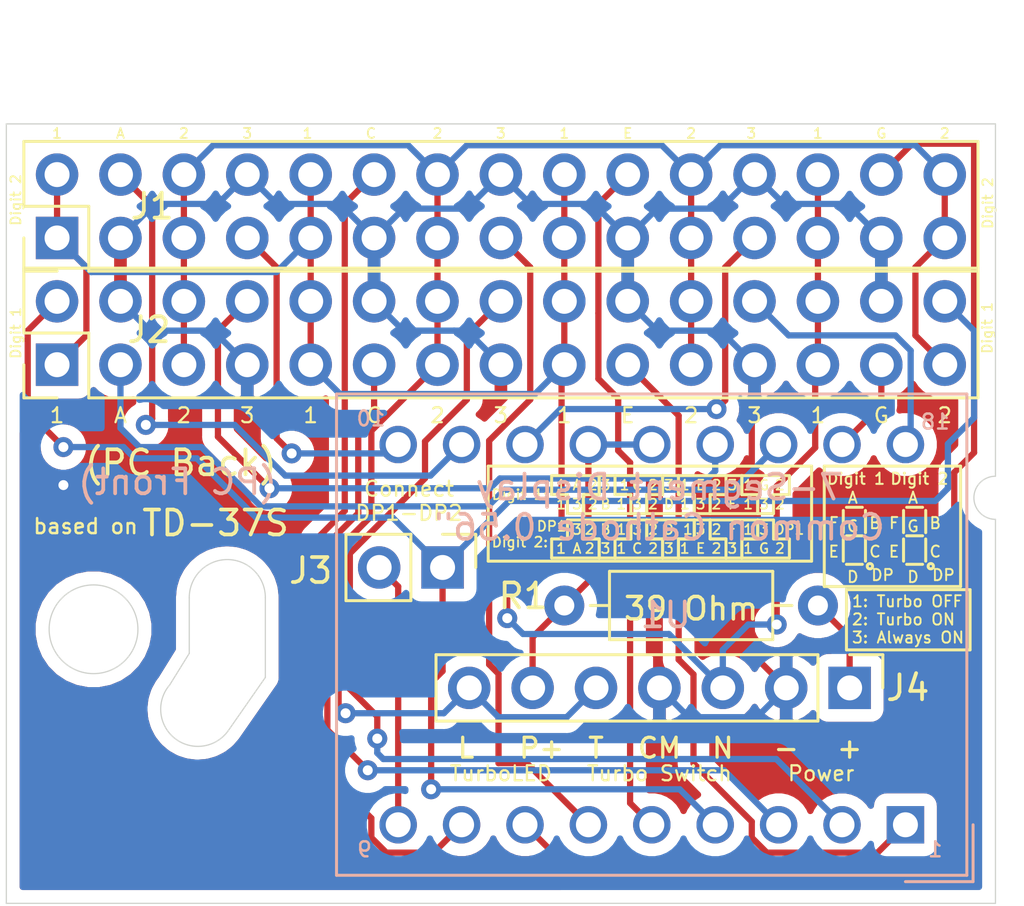
<source format=kicad_pcb>
(kicad_pcb (version 20171130) (host pcbnew 5.1.9+dfsg1-1+deb11u1)

  (general
    (thickness 1.6)
    (drawings 295)
    (tracks 262)
    (zones 0)
    (modules 6)
    (nets 22)
  )

  (page A4)
  (layers
    (0 F.Cu signal)
    (31 B.Cu signal)
    (32 B.Adhes user)
    (33 F.Adhes user)
    (34 B.Paste user)
    (35 F.Paste user)
    (36 B.SilkS user)
    (37 F.SilkS user)
    (38 B.Mask user)
    (39 F.Mask user)
    (40 Dwgs.User user)
    (41 Cmts.User user)
    (42 Eco1.User user)
    (43 Eco2.User user)
    (44 Edge.Cuts user)
    (45 Margin user)
    (46 B.CrtYd user)
    (47 F.CrtYd user)
    (48 B.Fab user)
    (49 F.Fab user)
  )

  (setup
    (last_trace_width 0.25)
    (trace_clearance 0.2)
    (zone_clearance 0.508)
    (zone_45_only no)
    (trace_min 0.2)
    (via_size 0.8)
    (via_drill 0.4)
    (via_min_size 0.4)
    (via_min_drill 0.3)
    (uvia_size 0.3)
    (uvia_drill 0.1)
    (uvias_allowed no)
    (uvia_min_size 0.2)
    (uvia_min_drill 0.1)
    (edge_width 0.05)
    (segment_width 0.2)
    (pcb_text_width 0.3)
    (pcb_text_size 1.5 1.5)
    (mod_edge_width 0.12)
    (mod_text_size 1 1)
    (mod_text_width 0.15)
    (pad_size 1.524 1.524)
    (pad_drill 0.762)
    (pad_to_mask_clearance 0)
    (aux_axis_origin 0 0)
    (visible_elements FFFFFF7F)
    (pcbplotparams
      (layerselection 0x010fc_ffffffff)
      (usegerberextensions false)
      (usegerberattributes true)
      (usegerberadvancedattributes true)
      (creategerberjobfile true)
      (excludeedgelayer true)
      (linewidth 0.100000)
      (plotframeref false)
      (viasonmask false)
      (mode 1)
      (useauxorigin false)
      (hpglpennumber 1)
      (hpglpenspeed 20)
      (hpglpendiameter 15.000000)
      (psnegative false)
      (psa4output false)
      (plotreference true)
      (plotvalue true)
      (plotinvisibletext false)
      (padsonsilk false)
      (subtractmaskfromsilk false)
      (outputformat 1)
      (mirror false)
      (drillshape 0)
      (scaleselection 1)
      (outputdirectory "gerbers/"))
  )

  (net 0 "")
  (net 1 1)
  (net 2 DIG1_A)
  (net 3 2)
  (net 4 3)
  (net 5 DIG1_C)
  (net 6 DIG1_E)
  (net 7 DIG1_G)
  (net 8 DIG1_F)
  (net 9 DIG1_D)
  (net 10 DIG1_B)
  (net 11 DP2)
  (net 12 DIG2_B)
  (net 13 DIG2_D)
  (net 14 DIG2_F)
  (net 15 DIG2_G)
  (net 16 DIG2_E)
  (net 17 DIG2_C)
  (net 18 DIG2_A)
  (net 19 DP1)
  (net 20 DIG1_CC)
  (net 21 +5V)

  (net_class Default "This is the default net class."
    (clearance 0.2)
    (trace_width 0.25)
    (via_dia 0.8)
    (via_drill 0.4)
    (uvia_dia 0.3)
    (uvia_drill 0.1)
    (add_net +5V)
    (add_net 1)
    (add_net 2)
    (add_net 3)
    (add_net DIG1_A)
    (add_net DIG1_B)
    (add_net DIG1_C)
    (add_net DIG1_CC)
    (add_net DIG1_D)
    (add_net DIG1_E)
    (add_net DIG1_F)
    (add_net DIG1_G)
    (add_net DIG2_A)
    (add_net DIG2_B)
    (add_net DIG2_C)
    (add_net DIG2_D)
    (add_net DIG2_E)
    (add_net DIG2_F)
    (add_net DIG2_G)
    (add_net DP1)
    (add_net DP2)
  )

  (module Connector_PinHeader_2.54mm:PinHeader_2x15_P2.54mm_Vertical (layer F.Cu) (tedit 59FED5CC) (tstamp 64913FFE)
    (at 103.632 49.53 90)
    (descr "Through hole straight pin header, 2x15, 2.54mm pitch, double rows")
    (tags "Through hole pin header THT 2x15 2.54mm double row")
    (path /64913D15)
    (fp_text reference J1 (at 1.27 3.81 180) (layer F.SilkS)
      (effects (font (size 1 1) (thickness 0.15)))
    )
    (fp_text value "Conn_02x15 DigitRHS" (at 1.27 37.89 90) (layer F.Fab)
      (effects (font (size 1 1) (thickness 0.15)))
    )
    (fp_line (start 4.35 -1.8) (end -1.8 -1.8) (layer F.CrtYd) (width 0.05))
    (fp_line (start 4.35 37.35) (end 4.35 -1.8) (layer F.CrtYd) (width 0.05))
    (fp_line (start -1.8 37.35) (end 4.35 37.35) (layer F.CrtYd) (width 0.05))
    (fp_line (start -1.8 -1.8) (end -1.8 37.35) (layer F.CrtYd) (width 0.05))
    (fp_line (start -1.33 -1.33) (end 0 -1.33) (layer F.SilkS) (width 0.12))
    (fp_line (start -1.33 0) (end -1.33 -1.33) (layer F.SilkS) (width 0.12))
    (fp_line (start 1.27 -1.33) (end 3.87 -1.33) (layer F.SilkS) (width 0.12))
    (fp_line (start 1.27 1.27) (end 1.27 -1.33) (layer F.SilkS) (width 0.12))
    (fp_line (start -1.33 1.27) (end 1.27 1.27) (layer F.SilkS) (width 0.12))
    (fp_line (start 3.87 -1.33) (end 3.87 36.89) (layer F.SilkS) (width 0.12))
    (fp_line (start -1.33 1.27) (end -1.33 36.89) (layer F.SilkS) (width 0.12))
    (fp_line (start -1.33 36.89) (end 3.87 36.89) (layer F.SilkS) (width 0.12))
    (fp_line (start -1.27 0) (end 0 -1.27) (layer F.Fab) (width 0.1))
    (fp_line (start -1.27 36.83) (end -1.27 0) (layer F.Fab) (width 0.1))
    (fp_line (start 3.81 36.83) (end -1.27 36.83) (layer F.Fab) (width 0.1))
    (fp_line (start 3.81 -1.27) (end 3.81 36.83) (layer F.Fab) (width 0.1))
    (fp_line (start 0 -1.27) (end 3.81 -1.27) (layer F.Fab) (width 0.1))
    (fp_text user %R (at 1.27 17.78) (layer F.Fab)
      (effects (font (size 1 1) (thickness 0.15)))
    )
    (pad 30 thru_hole oval (at 2.54 35.56 90) (size 1.7 1.7) (drill 1) (layers *.Cu *.Mask)
      (net 3 2))
    (pad 29 thru_hole oval (at 0 35.56 90) (size 1.7 1.7) (drill 1) (layers *.Cu *.Mask)
      (net 3 2))
    (pad 28 thru_hole oval (at 2.54 33.02 90) (size 1.7 1.7) (drill 1) (layers *.Cu *.Mask)
      (net 15 DIG2_G))
    (pad 27 thru_hole oval (at 0 33.02 90) (size 1.7 1.7) (drill 1) (layers *.Cu *.Mask)
      (net 4 3))
    (pad 26 thru_hole oval (at 2.54 30.48 90) (size 1.7 1.7) (drill 1) (layers *.Cu *.Mask)
      (net 1 1))
    (pad 25 thru_hole oval (at 0 30.48 90) (size 1.7 1.7) (drill 1) (layers *.Cu *.Mask)
      (net 1 1))
    (pad 24 thru_hole oval (at 2.54 27.94 90) (size 1.7 1.7) (drill 1) (layers *.Cu *.Mask)
      (net 4 3))
    (pad 23 thru_hole oval (at 0 27.94 90) (size 1.7 1.7) (drill 1) (layers *.Cu *.Mask)
      (net 14 DIG2_F))
    (pad 22 thru_hole oval (at 2.54 25.4 90) (size 1.7 1.7) (drill 1) (layers *.Cu *.Mask)
      (net 3 2))
    (pad 21 thru_hole oval (at 0 25.4 90) (size 1.7 1.7) (drill 1) (layers *.Cu *.Mask)
      (net 3 2))
    (pad 20 thru_hole oval (at 2.54 22.86 90) (size 1.7 1.7) (drill 1) (layers *.Cu *.Mask)
      (net 16 DIG2_E))
    (pad 19 thru_hole oval (at 0 22.86 90) (size 1.7 1.7) (drill 1) (layers *.Cu *.Mask)
      (net 4 3))
    (pad 18 thru_hole oval (at 2.54 20.32 90) (size 1.7 1.7) (drill 1) (layers *.Cu *.Mask)
      (net 1 1))
    (pad 17 thru_hole oval (at 0 20.32 90) (size 1.7 1.7) (drill 1) (layers *.Cu *.Mask)
      (net 1 1))
    (pad 16 thru_hole oval (at 2.54 17.78 90) (size 1.7 1.7) (drill 1) (layers *.Cu *.Mask)
      (net 4 3))
    (pad 15 thru_hole oval (at 0 17.78 90) (size 1.7 1.7) (drill 1) (layers *.Cu *.Mask)
      (net 13 DIG2_D))
    (pad 14 thru_hole oval (at 2.54 15.24 90) (size 1.7 1.7) (drill 1) (layers *.Cu *.Mask)
      (net 3 2))
    (pad 13 thru_hole oval (at 0 15.24 90) (size 1.7 1.7) (drill 1) (layers *.Cu *.Mask)
      (net 3 2))
    (pad 12 thru_hole oval (at 2.54 12.7 90) (size 1.7 1.7) (drill 1) (layers *.Cu *.Mask)
      (net 17 DIG2_C))
    (pad 11 thru_hole oval (at 0 12.7 90) (size 1.7 1.7) (drill 1) (layers *.Cu *.Mask)
      (net 4 3))
    (pad 10 thru_hole oval (at 2.54 10.16 90) (size 1.7 1.7) (drill 1) (layers *.Cu *.Mask)
      (net 1 1))
    (pad 9 thru_hole oval (at 0 10.16 90) (size 1.7 1.7) (drill 1) (layers *.Cu *.Mask)
      (net 1 1))
    (pad 8 thru_hole oval (at 2.54 7.62 90) (size 1.7 1.7) (drill 1) (layers *.Cu *.Mask)
      (net 4 3))
    (pad 7 thru_hole oval (at 0 7.62 90) (size 1.7 1.7) (drill 1) (layers *.Cu *.Mask)
      (net 12 DIG2_B))
    (pad 6 thru_hole oval (at 2.54 5.08 90) (size 1.7 1.7) (drill 1) (layers *.Cu *.Mask)
      (net 3 2))
    (pad 5 thru_hole oval (at 0 5.08 90) (size 1.7 1.7) (drill 1) (layers *.Cu *.Mask)
      (net 3 2))
    (pad 4 thru_hole oval (at 2.54 2.54 90) (size 1.7 1.7) (drill 1) (layers *.Cu *.Mask)
      (net 18 DIG2_A))
    (pad 3 thru_hole oval (at 0 2.54 90) (size 1.7 1.7) (drill 1) (layers *.Cu *.Mask)
      (net 4 3))
    (pad 2 thru_hole oval (at 2.54 0 90) (size 1.7 1.7) (drill 1) (layers *.Cu *.Mask)
      (net 1 1))
    (pad 1 thru_hole rect (at 0 0 90) (size 1.7 1.7) (drill 1) (layers *.Cu *.Mask)
      (net 1 1))
    (model ${KISYS3DMOD}/Connector_PinHeader_2.54mm.3dshapes/PinHeader_2x15_P2.54mm_Vertical.wrl
      (at (xyz 0 0 0))
      (scale (xyz 1 1 1))
      (rotate (xyz 0 0 0))
    )
  )

  (module Display_7Segment:DA56-11CGKWA (layer B.Cu) (tedit 5A02FE84) (tstamp 64914C54)
    (at 137.6172 73.0504 90)
    (descr "http://www.kingbright.com/attachments/file/psearch/000/00/00/DA56-11CGKWA(Ver.16A).pdf")
    (tags "Double digit seven segment green LED display")
    (path /64927B5D)
    (fp_text reference U1 (at 8.4074 -9.6012) (layer B.SilkS)
      (effects (font (size 1 1) (thickness 0.15)) (justify mirror))
    )
    (fp_text value DC56-11GWA (at 4.28 -23.91 -90) (layer B.Fab)
      (effects (font (size 1 1) (thickness 0.15)) (justify mirror))
    )
    (fp_line (start -1.905 -22.66) (end -1.905 1.34) (layer B.Fab) (width 0.1))
    (fp_line (start 17.145 -22.66) (end -1.905 -22.66) (layer B.Fab) (width 0.1))
    (fp_line (start 17.145 2.34) (end 17.145 -22.66) (layer B.Fab) (width 0.1))
    (fp_line (start -0.905 2.34) (end 17.145 2.34) (layer B.Fab) (width 0.1))
    (fp_line (start -2.025 -22.79) (end -2.025 2.46) (layer B.SilkS) (width 0.12))
    (fp_line (start 17.265 -22.79) (end -2.025 -22.79) (layer B.SilkS) (width 0.12))
    (fp_line (start 17.265 2.46) (end 17.265 -22.79) (layer B.SilkS) (width 0.12))
    (fp_line (start -2.025 2.46) (end 17.265 2.46) (layer B.SilkS) (width 0.12))
    (fp_line (start -1.905 1.34) (end -0.905 2.34) (layer B.Fab) (width 0.1))
    (fp_line (start -2.16 -22.92) (end -2.16 2.59) (layer B.CrtYd) (width 0.05))
    (fp_line (start 17.39 -22.92) (end -2.16 -22.92) (layer B.CrtYd) (width 0.05))
    (fp_line (start 17.39 2.59) (end 17.39 -22.92) (layer B.CrtYd) (width 0.05))
    (fp_line (start -2.16 2.59) (end 17.39 2.59) (layer B.CrtYd) (width 0.05))
    (fp_line (start -2.28 2.71) (end -2.28 0) (layer B.SilkS) (width 0.12))
    (fp_line (start -2.28 2.71) (end 0 2.71) (layer B.SilkS) (width 0.12))
    (fp_text user %R (at 8 -10 -90) (layer B.Fab)
      (effects (font (size 1 1) (thickness 0.15)) (justify mirror))
    )
    (pad 18 thru_hole circle (at 15.24 0 90) (size 1.5 1.5) (drill 1) (layers *.Cu *.Mask)
      (net 8 DIG1_F))
    (pad 17 thru_hole circle (at 15.24 -2.54 90) (size 1.5 1.5) (drill 1) (layers *.Cu *.Mask)
      (net 7 DIG1_G))
    (pad 16 thru_hole circle (at 15.24 -5.08 90) (size 1.5 1.5) (drill 1) (layers *.Cu *.Mask)
      (net 2 DIG1_A))
    (pad 15 thru_hole circle (at 15.24 -7.62 90) (size 1.5 1.5) (drill 1) (layers *.Cu *.Mask)
      (net 10 DIG1_B))
    (pad 14 thru_hole circle (at 15.24 -10.16 90) (size 1.5 1.5) (drill 1) (layers *.Cu *.Mask)
      (net 20 DIG1_CC))
    (pad 13 thru_hole circle (at 15.24 -12.7 90) (size 1.5 1.5) (drill 1) (layers *.Cu *.Mask)
      (net 20 DIG1_CC))
    (pad 12 thru_hole circle (at 15.24 -15.24 90) (size 1.5 1.5) (drill 1) (layers *.Cu *.Mask)
      (net 14 DIG2_F))
    (pad 11 thru_hole circle (at 15.24 -17.78 90) (size 1.5 1.5) (drill 1) (layers *.Cu *.Mask)
      (net 18 DIG2_A))
    (pad 10 thru_hole circle (at 15.24 -20.32 90) (size 1.5 1.5) (drill 1) (layers *.Cu *.Mask)
      (net 12 DIG2_B))
    (pad 9 thru_hole circle (at 0 -20.32 90) (size 1.5 1.5) (drill 1) (layers *.Cu *.Mask)
      (net 11 DP2))
    (pad 8 thru_hole circle (at 0 -17.78 90) (size 1.5 1.5) (drill 1) (layers *.Cu *.Mask)
      (net 17 DIG2_C))
    (pad 7 thru_hole circle (at 0 -15.24 90) (size 1.5 1.5) (drill 1) (layers *.Cu *.Mask)
      (net 15 DIG2_G))
    (pad 6 thru_hole circle (at 0 -12.7 90) (size 1.5 1.5) (drill 1) (layers *.Cu *.Mask)
      (net 13 DIG2_D))
    (pad 5 thru_hole circle (at 0 -10.16 90) (size 1.5 1.5) (drill 1) (layers *.Cu *.Mask)
      (net 16 DIG2_E))
    (pad 4 thru_hole circle (at 0 -7.62 90) (size 1.5 1.5) (drill 1) (layers *.Cu *.Mask)
      (net 19 DP1))
    (pad 3 thru_hole circle (at 0 -5.08 90) (size 1.5 1.5) (drill 1) (layers *.Cu *.Mask)
      (net 5 DIG1_C))
    (pad 2 thru_hole circle (at 0 -2.54 90) (size 1.5 1.5) (drill 1) (layers *.Cu *.Mask)
      (net 9 DIG1_D))
    (pad 1 thru_hole rect (at 0 0 90) (size 1.5 1.5) (drill 1) (layers *.Cu *.Mask)
      (net 6 DIG1_E))
    (model ${KISYS3DMOD}/Display_7Segment.3dshapes/DA56-11CGKWA.wrl
      (at (xyz 0 0 0))
      (scale (xyz 1 1 1))
      (rotate (xyz 0 0 0))
    )
  )

  (module Resistor_THT:R_Axial_DIN0207_L6.3mm_D2.5mm_P10.16mm_Horizontal (layer F.Cu) (tedit 5AE5139B) (tstamp 64915728)
    (at 123.952 64.262)
    (descr "Resistor, Axial_DIN0207 series, Axial, Horizontal, pin pitch=10.16mm, 0.25W = 1/4W, length*diameter=6.3*2.5mm^2, http://cdn-reichelt.de/documents/datenblatt/B400/1_4W%23YAG.pdf")
    (tags "Resistor Axial_DIN0207 series Axial Horizontal pin pitch 10.16mm 0.25W = 1/4W length 6.3mm diameter 2.5mm")
    (path /64924F41)
    (fp_text reference R1 (at -1.651 -0.381) (layer F.SilkS)
      (effects (font (size 1 1) (thickness 0.15)))
    )
    (fp_text value "39 Ohm" (at 5.08 0.127) (layer F.SilkS)
      (effects (font (size 0.9 0.9) (thickness 0.14)))
    )
    (fp_line (start 11.21 -1.5) (end -1.05 -1.5) (layer F.CrtYd) (width 0.05))
    (fp_line (start 11.21 1.5) (end 11.21 -1.5) (layer F.CrtYd) (width 0.05))
    (fp_line (start -1.05 1.5) (end 11.21 1.5) (layer F.CrtYd) (width 0.05))
    (fp_line (start -1.05 -1.5) (end -1.05 1.5) (layer F.CrtYd) (width 0.05))
    (fp_line (start 9.12 0) (end 8.35 0) (layer F.SilkS) (width 0.12))
    (fp_line (start 1.04 0) (end 1.81 0) (layer F.SilkS) (width 0.12))
    (fp_line (start 8.35 -1.37) (end 1.81 -1.37) (layer F.SilkS) (width 0.12))
    (fp_line (start 8.35 1.37) (end 8.35 -1.37) (layer F.SilkS) (width 0.12))
    (fp_line (start 1.81 1.37) (end 8.35 1.37) (layer F.SilkS) (width 0.12))
    (fp_line (start 1.81 -1.37) (end 1.81 1.37) (layer F.SilkS) (width 0.12))
    (fp_line (start 10.16 0) (end 8.23 0) (layer F.Fab) (width 0.1))
    (fp_line (start 0 0) (end 1.93 0) (layer F.Fab) (width 0.1))
    (fp_line (start 8.23 -1.25) (end 1.93 -1.25) (layer F.Fab) (width 0.1))
    (fp_line (start 8.23 1.25) (end 8.23 -1.25) (layer F.Fab) (width 0.1))
    (fp_line (start 1.93 1.25) (end 8.23 1.25) (layer F.Fab) (width 0.1))
    (fp_line (start 1.93 -1.25) (end 1.93 1.25) (layer F.Fab) (width 0.1))
    (fp_text user %R (at 5.08 0) (layer F.Fab)
      (effects (font (size 1 1) (thickness 0.15)))
    )
    (pad 2 thru_hole oval (at 10.16 0) (size 1.6 1.6) (drill 0.8) (layers *.Cu *.Mask)
      (net 21 +5V))
    (pad 1 thru_hole circle (at 0 0) (size 1.6 1.6) (drill 0.8) (layers *.Cu *.Mask)
      (net 20 DIG1_CC))
    (model ${KISYS3DMOD}/Resistor_THT.3dshapes/R_Axial_DIN0207_L6.3mm_D2.5mm_P10.16mm_Horizontal.wrl
      (at (xyz 0 0 0))
      (scale (xyz 1 1 1))
      (rotate (xyz 0 0 0))
    )
  )

  (module Connector_PinHeader_2.54mm:PinHeader_1x07_P2.54mm_Vertical (layer F.Cu) (tedit 59FED5CC) (tstamp 649136C3)
    (at 135.382 67.564 270)
    (descr "Through hole straight pin header, 1x07, 2.54mm pitch, single row")
    (tags "Through hole pin header THT 1x07 2.54mm single row")
    (path /64922F97)
    (fp_text reference J4 (at 0 -2.33 180) (layer F.SilkS)
      (effects (font (size 1 1) (thickness 0.15)))
    )
    (fp_text value Conn_01x07 (at 0 17.57 90) (layer F.Fab)
      (effects (font (size 1 1) (thickness 0.15)))
    )
    (fp_line (start 1.8 -1.8) (end -1.8 -1.8) (layer F.CrtYd) (width 0.05))
    (fp_line (start 1.8 17.05) (end 1.8 -1.8) (layer F.CrtYd) (width 0.05))
    (fp_line (start -1.8 17.05) (end 1.8 17.05) (layer F.CrtYd) (width 0.05))
    (fp_line (start -1.8 -1.8) (end -1.8 17.05) (layer F.CrtYd) (width 0.05))
    (fp_line (start -1.33 -1.33) (end 0 -1.33) (layer F.SilkS) (width 0.12))
    (fp_line (start -1.33 0) (end -1.33 -1.33) (layer F.SilkS) (width 0.12))
    (fp_line (start -1.33 1.27) (end 1.33 1.27) (layer F.SilkS) (width 0.12))
    (fp_line (start 1.33 1.27) (end 1.33 16.57) (layer F.SilkS) (width 0.12))
    (fp_line (start -1.33 1.27) (end -1.33 16.57) (layer F.SilkS) (width 0.12))
    (fp_line (start -1.33 16.57) (end 1.33 16.57) (layer F.SilkS) (width 0.12))
    (fp_line (start -1.27 -0.635) (end -0.635 -1.27) (layer F.Fab) (width 0.1))
    (fp_line (start -1.27 16.51) (end -1.27 -0.635) (layer F.Fab) (width 0.1))
    (fp_line (start 1.27 16.51) (end -1.27 16.51) (layer F.Fab) (width 0.1))
    (fp_line (start 1.27 -1.27) (end 1.27 16.51) (layer F.Fab) (width 0.1))
    (fp_line (start -0.635 -1.27) (end 1.27 -1.27) (layer F.Fab) (width 0.1))
    (fp_text user %R (at 0 7.62) (layer F.Fab)
      (effects (font (size 1 1) (thickness 0.15)))
    )
    (pad 7 thru_hole oval (at 0 15.24 270) (size 1.7 1.7) (drill 1) (layers *.Cu *.Mask)
      (net 3 2))
    (pad 6 thru_hole oval (at 0 12.7 270) (size 1.7 1.7) (drill 1) (layers *.Cu *.Mask)
      (net 20 DIG1_CC))
    (pad 5 thru_hole oval (at 0 10.16 270) (size 1.7 1.7) (drill 1) (layers *.Cu *.Mask)
      (net 3 2))
    (pad 4 thru_hole oval (at 0 7.62 270) (size 1.7 1.7) (drill 1) (layers *.Cu *.Mask)
      (net 4 3))
    (pad 3 thru_hole oval (at 0 5.08 270) (size 1.7 1.7) (drill 1) (layers *.Cu *.Mask)
      (net 1 1))
    (pad 2 thru_hole oval (at 0 2.54 270) (size 1.7 1.7) (drill 1) (layers *.Cu *.Mask)
      (net 4 3))
    (pad 1 thru_hole rect (at 0 0 270) (size 1.7 1.7) (drill 1) (layers *.Cu *.Mask)
      (net 21 +5V))
    (model ${KISYS3DMOD}/Connector_PinHeader_2.54mm.3dshapes/PinHeader_1x07_P2.54mm_Vertical.wrl
      (at (xyz 0 0 0))
      (scale (xyz 1 1 1))
      (rotate (xyz 0 0 0))
    )
  )

  (module Connector_PinHeader_2.54mm:PinHeader_1x02_P2.54mm_Vertical (layer F.Cu) (tedit 59FED5CC) (tstamp 64919A7A)
    (at 119.0752 62.738 270)
    (descr "Through hole straight pin header, 1x02, 2.54mm pitch, single row")
    (tags "Through hole pin header THT 1x02 2.54mm single row")
    (path /64A2DC50)
    (fp_text reference J3 (at 0.127 5.2832 180) (layer F.SilkS)
      (effects (font (size 1 1) (thickness 0.15)))
    )
    (fp_text value Conn_01x02 (at 0 4.87 90) (layer F.Fab)
      (effects (font (size 1 1) (thickness 0.15)))
    )
    (fp_line (start 1.8 -1.8) (end -1.8 -1.8) (layer F.CrtYd) (width 0.05))
    (fp_line (start 1.8 4.35) (end 1.8 -1.8) (layer F.CrtYd) (width 0.05))
    (fp_line (start -1.8 4.35) (end 1.8 4.35) (layer F.CrtYd) (width 0.05))
    (fp_line (start -1.8 -1.8) (end -1.8 4.35) (layer F.CrtYd) (width 0.05))
    (fp_line (start -1.33 -1.33) (end 0 -1.33) (layer F.SilkS) (width 0.12))
    (fp_line (start -1.33 0) (end -1.33 -1.33) (layer F.SilkS) (width 0.12))
    (fp_line (start -1.33 1.27) (end 1.33 1.27) (layer F.SilkS) (width 0.12))
    (fp_line (start 1.33 1.27) (end 1.33 3.87) (layer F.SilkS) (width 0.12))
    (fp_line (start -1.33 1.27) (end -1.33 3.87) (layer F.SilkS) (width 0.12))
    (fp_line (start -1.33 3.87) (end 1.33 3.87) (layer F.SilkS) (width 0.12))
    (fp_line (start -1.27 -0.635) (end -0.635 -1.27) (layer F.Fab) (width 0.1))
    (fp_line (start -1.27 3.81) (end -1.27 -0.635) (layer F.Fab) (width 0.1))
    (fp_line (start 1.27 3.81) (end -1.27 3.81) (layer F.Fab) (width 0.1))
    (fp_line (start 1.27 -1.27) (end 1.27 3.81) (layer F.Fab) (width 0.1))
    (fp_line (start -0.635 -1.27) (end 1.27 -1.27) (layer F.Fab) (width 0.1))
    (fp_text user %R (at 0 1.27) (layer F.Fab)
      (effects (font (size 1 1) (thickness 0.15)))
    )
    (pad 2 thru_hole oval (at 0 2.54 270) (size 1.7 1.7) (drill 1) (layers *.Cu *.Mask)
      (net 11 DP2))
    (pad 1 thru_hole rect (at 0 0 270) (size 1.7 1.7) (drill 1) (layers *.Cu *.Mask)
      (net 19 DP1))
    (model ${KISYS3DMOD}/Connector_PinHeader_2.54mm.3dshapes/PinHeader_1x02_P2.54mm_Vertical.wrl
      (at (xyz 0 0 0))
      (scale (xyz 1 1 1))
      (rotate (xyz 0 0 0))
    )
  )

  (module Connector_PinHeader_2.54mm:PinHeader_2x15_P2.54mm_Vertical (layer F.Cu) (tedit 59FED5CC) (tstamp 649146DD)
    (at 103.632 54.61 90)
    (descr "Through hole straight pin header, 2x15, 2.54mm pitch, double rows")
    (tags "Through hole pin header THT 2x15 2.54mm double row")
    (path /6491B9AD)
    (fp_text reference J2 (at 1.397 3.683 180) (layer F.SilkS)
      (effects (font (size 1 1) (thickness 0.15)))
    )
    (fp_text value "Conn_02x15 DigitLHS" (at 1.27 37.89 90) (layer F.Fab)
      (effects (font (size 1 1) (thickness 0.15)))
    )
    (fp_line (start 4.35 -1.8) (end -1.8 -1.8) (layer F.CrtYd) (width 0.05))
    (fp_line (start 4.35 37.35) (end 4.35 -1.8) (layer F.CrtYd) (width 0.05))
    (fp_line (start -1.8 37.35) (end 4.35 37.35) (layer F.CrtYd) (width 0.05))
    (fp_line (start -1.8 -1.8) (end -1.8 37.35) (layer F.CrtYd) (width 0.05))
    (fp_line (start -1.33 -1.33) (end 0 -1.33) (layer F.SilkS) (width 0.12))
    (fp_line (start -1.33 0) (end -1.33 -1.33) (layer F.SilkS) (width 0.12))
    (fp_line (start 1.27 -1.33) (end 3.87 -1.33) (layer F.SilkS) (width 0.12))
    (fp_line (start 1.27 1.27) (end 1.27 -1.33) (layer F.SilkS) (width 0.12))
    (fp_line (start -1.33 1.27) (end 1.27 1.27) (layer F.SilkS) (width 0.12))
    (fp_line (start 3.87 -1.33) (end 3.87 36.89) (layer F.SilkS) (width 0.12))
    (fp_line (start -1.33 1.27) (end -1.33 36.89) (layer F.SilkS) (width 0.12))
    (fp_line (start -1.33 36.89) (end 3.87 36.89) (layer F.SilkS) (width 0.12))
    (fp_line (start -1.27 0) (end 0 -1.27) (layer F.Fab) (width 0.1))
    (fp_line (start -1.27 36.83) (end -1.27 0) (layer F.Fab) (width 0.1))
    (fp_line (start 3.81 36.83) (end -1.27 36.83) (layer F.Fab) (width 0.1))
    (fp_line (start 3.81 -1.27) (end 3.81 36.83) (layer F.Fab) (width 0.1))
    (fp_line (start 0 -1.27) (end 3.81 -1.27) (layer F.Fab) (width 0.1))
    (fp_text user %R (at 1.27 17.78) (layer F.Fab)
      (effects (font (size 1 1) (thickness 0.15)))
    )
    (pad 30 thru_hole oval (at 2.54 35.56 90) (size 1.7 1.7) (drill 1) (layers *.Cu *.Mask)
      (net 19 DP1))
    (pad 29 thru_hole oval (at 0 35.56 90) (size 1.7 1.7) (drill 1) (layers *.Cu *.Mask)
      (net 3 2))
    (pad 28 thru_hole oval (at 2.54 33.02 90) (size 1.7 1.7) (drill 1) (layers *.Cu *.Mask)
      (net 4 3))
    (pad 27 thru_hole oval (at 0 33.02 90) (size 1.7 1.7) (drill 1) (layers *.Cu *.Mask)
      (net 7 DIG1_G))
    (pad 26 thru_hole oval (at 2.54 30.48 90) (size 1.7 1.7) (drill 1) (layers *.Cu *.Mask)
      (net 1 1))
    (pad 25 thru_hole oval (at 0 30.48 90) (size 1.7 1.7) (drill 1) (layers *.Cu *.Mask)
      (net 1 1))
    (pad 24 thru_hole oval (at 2.54 27.94 90) (size 1.7 1.7) (drill 1) (layers *.Cu *.Mask)
      (net 8 DIG1_F))
    (pad 23 thru_hole oval (at 0 27.94 90) (size 1.7 1.7) (drill 1) (layers *.Cu *.Mask)
      (net 4 3))
    (pad 22 thru_hole oval (at 2.54 25.4 90) (size 1.7 1.7) (drill 1) (layers *.Cu *.Mask)
      (net 3 2))
    (pad 21 thru_hole oval (at 0 25.4 90) (size 1.7 1.7) (drill 1) (layers *.Cu *.Mask)
      (net 3 2))
    (pad 20 thru_hole oval (at 2.54 22.86 90) (size 1.7 1.7) (drill 1) (layers *.Cu *.Mask)
      (net 4 3))
    (pad 19 thru_hole oval (at 0 22.86 90) (size 1.7 1.7) (drill 1) (layers *.Cu *.Mask)
      (net 6 DIG1_E))
    (pad 18 thru_hole oval (at 2.54 20.32 90) (size 1.7 1.7) (drill 1) (layers *.Cu *.Mask)
      (net 1 1))
    (pad 17 thru_hole oval (at 0 20.32 90) (size 1.7 1.7) (drill 1) (layers *.Cu *.Mask)
      (net 1 1))
    (pad 16 thru_hole oval (at 2.54 17.78 90) (size 1.7 1.7) (drill 1) (layers *.Cu *.Mask)
      (net 9 DIG1_D))
    (pad 15 thru_hole oval (at 0 17.78 90) (size 1.7 1.7) (drill 1) (layers *.Cu *.Mask)
      (net 4 3))
    (pad 14 thru_hole oval (at 2.54 15.24 90) (size 1.7 1.7) (drill 1) (layers *.Cu *.Mask)
      (net 3 2))
    (pad 13 thru_hole oval (at 0 15.24 90) (size 1.7 1.7) (drill 1) (layers *.Cu *.Mask)
      (net 3 2))
    (pad 12 thru_hole oval (at 2.54 12.7 90) (size 1.7 1.7) (drill 1) (layers *.Cu *.Mask)
      (net 4 3))
    (pad 11 thru_hole oval (at 0 12.7 90) (size 1.7 1.7) (drill 1) (layers *.Cu *.Mask)
      (net 5 DIG1_C))
    (pad 10 thru_hole oval (at 2.54 10.16 90) (size 1.7 1.7) (drill 1) (layers *.Cu *.Mask)
      (net 1 1))
    (pad 9 thru_hole oval (at 0 10.16 90) (size 1.7 1.7) (drill 1) (layers *.Cu *.Mask)
      (net 1 1))
    (pad 8 thru_hole oval (at 2.54 7.62 90) (size 1.7 1.7) (drill 1) (layers *.Cu *.Mask)
      (net 10 DIG1_B))
    (pad 7 thru_hole oval (at 0 7.62 90) (size 1.7 1.7) (drill 1) (layers *.Cu *.Mask)
      (net 4 3))
    (pad 6 thru_hole oval (at 2.54 5.08 90) (size 1.7 1.7) (drill 1) (layers *.Cu *.Mask)
      (net 3 2))
    (pad 5 thru_hole oval (at 0 5.08 90) (size 1.7 1.7) (drill 1) (layers *.Cu *.Mask)
      (net 3 2))
    (pad 4 thru_hole oval (at 2.54 2.54 90) (size 1.7 1.7) (drill 1) (layers *.Cu *.Mask)
      (net 4 3))
    (pad 3 thru_hole oval (at 0 2.54 90) (size 1.7 1.7) (drill 1) (layers *.Cu *.Mask)
      (net 2 DIG1_A))
    (pad 2 thru_hole oval (at 2.54 0 90) (size 1.7 1.7) (drill 1) (layers *.Cu *.Mask)
      (net 19 DP1))
    (pad 1 thru_hole rect (at 0 0 90) (size 1.7 1.7) (drill 1) (layers *.Cu *.Mask)
      (net 1 1))
    (model ${KISYS3DMOD}/Connector_PinHeader_2.54mm.3dshapes/PinHeader_2x15_P2.54mm_Vertical.wrl
      (at (xyz 0 0 0))
      (scale (xyz 1 1 1))
      (rotate (xyz 0 0 0))
    )
  )

  (gr_line (start 133.858 58.674) (end 120.904 58.674) (layer F.SilkS) (width 0.12))
  (gr_line (start 133.858 62.484) (end 133.858 58.674) (layer F.SilkS) (width 0.12))
  (gr_line (start 120.904 62.484) (end 133.858 62.484) (layer F.SilkS) (width 0.12))
  (gr_line (start 120.904 58.674) (end 120.904 62.484) (layer F.SilkS) (width 0.12))
  (gr_line (start 134.366 63.5) (end 134.366 58.674) (layer F.SilkS) (width 0.12))
  (gr_line (start 139.827 63.5) (end 134.366 63.5) (layer F.SilkS) (width 0.12))
  (gr_line (start 139.827 58.674) (end 139.827 63.5) (layer F.SilkS) (width 0.12))
  (gr_line (start 134.366 58.674) (end 139.827 58.674) (layer F.SilkS) (width 0.12))
  (gr_circle (center 138.6332 62.6872) (end 138.6713 62.7126) (layer F.SilkS) (width 0.12) (tstamp 6491C015))
  (gr_line (start 140.208 63.627) (end 135.255 63.627) (layer F.SilkS) (width 0.12) (tstamp 6491BEBA))
  (gr_line (start 140.208 66.04) (end 140.208 63.627) (layer F.SilkS) (width 0.12))
  (gr_line (start 135.255 66.04) (end 140.208 66.04) (layer F.SilkS) (width 0.12))
  (gr_line (start 135.255 63.627) (end 135.255 66.04) (layer F.SilkS) (width 0.12))
  (gr_text "1: Turbo OFF\n2: Turbo ON\n3: Always ON" (at 135.4328 64.8208) (layer F.SilkS) (tstamp 6491BD64)
    (effects (font (size 0.45 0.45) (thickness 0.075)) (justify left))
  )
  (gr_text "Digit 1" (at 140.8938 53.1368 90) (layer F.SilkS) (tstamp 6491BC10)
    (effects (font (size 0.4 0.4) (thickness 0.07)))
  )
  (gr_text "Digit 2" (at 140.9192 48.133 90) (layer F.SilkS) (tstamp 6491BBD9)
    (effects (font (size 0.4 0.4) (thickness 0.07)))
  )
  (gr_text "Digit 2:" (at 122.174 61.722) (layer F.SilkS) (tstamp 649197BD)
    (effects (font (size 0.4 0.4) (thickness 0.07)))
  )
  (gr_text 2 (at 132.588 60.198) (layer F.SilkS) (tstamp 649197B8)
    (effects (font (size 0.4 0.4) (thickness 0.07)))
  )
  (gr_text 1 (at 123.825 60.198) (layer F.SilkS) (tstamp 649197B5)
    (effects (font (size 0.4 0.4) (thickness 0.07)))
  )
  (gr_text DP1 (at 132.969 61.214) (layer F.SilkS) (tstamp 649197AA)
    (effects (font (size 0.4 0.4) (thickness 0.07)))
  )
  (gr_text 3 (at 124.46 61.214) (layer F.SilkS) (tstamp 649197AA)
    (effects (font (size 0.4 0.4) (thickness 0.07)))
  )
  (gr_text G (at 131.953 61.976) (layer F.SilkS) (tstamp 649197A7)
    (effects (font (size 0.4 0.4) (thickness 0.07)))
  )
  (gr_text F (at 130.683 61.214) (layer F.SilkS) (tstamp 649197A4)
    (effects (font (size 0.4 0.4) (thickness 0.07)))
  )
  (gr_text E (at 129.413 61.976) (layer F.SilkS) (tstamp 649197A1)
    (effects (font (size 0.4 0.4) (thickness 0.07)))
  )
  (gr_text D (at 128.143 61.214) (layer F.SilkS) (tstamp 6491979E)
    (effects (font (size 0.4 0.4) (thickness 0.07)))
  )
  (gr_text C (at 126.873 61.976) (layer F.SilkS) (tstamp 6491979B)
    (effects (font (size 0.4 0.4) (thickness 0.07)))
  )
  (gr_text B (at 125.603 61.214) (layer F.SilkS) (tstamp 64919791)
    (effects (font (size 0.4 0.4) (thickness 0.07)))
  )
  (gr_text 3 (at 131.953 61.214) (layer F.SilkS) (tstamp 64919791)
    (effects (font (size 0.4 0.4) (thickness 0.07)))
  )
  (gr_text 3 (at 130.683 61.976) (layer F.SilkS) (tstamp 64919791)
    (effects (font (size 0.4 0.4) (thickness 0.07)))
  )
  (gr_text 3 (at 129.413 61.214) (layer F.SilkS) (tstamp 64919791)
    (effects (font (size 0.4 0.4) (thickness 0.07)))
  )
  (gr_text 3 (at 128.143 61.976) (layer F.SilkS) (tstamp 64919791)
    (effects (font (size 0.4 0.4) (thickness 0.07)))
  )
  (gr_text 3 (at 126.873 61.214) (layer F.SilkS) (tstamp 64919791)
    (effects (font (size 0.4 0.4) (thickness 0.07)))
  )
  (gr_text 3 (at 125.603 61.976) (layer F.SilkS) (tstamp 64919787)
    (effects (font (size 0.4 0.4) (thickness 0.07)))
  )
  (gr_text DP1 (at 123.444 61.087) (layer F.SilkS) (tstamp 64919787)
    (effects (font (size 0.4 0.4) (thickness 0.07)))
  )
  (gr_text 2 (at 132.588 61.976) (layer F.SilkS) (tstamp 64919787)
    (effects (font (size 0.4 0.4) (thickness 0.07)))
  )
  (gr_text 2 (at 130.048 61.214) (layer F.SilkS) (tstamp 64919787)
    (effects (font (size 0.4 0.4) (thickness 0.07)))
  )
  (gr_text 2 (at 130.048 61.976) (layer F.SilkS) (tstamp 64919787)
    (effects (font (size 0.4 0.4) (thickness 0.07)))
  )
  (gr_text 2 (at 127.508 61.214) (layer F.SilkS) (tstamp 64919787)
    (effects (font (size 0.4 0.4) (thickness 0.07)))
  )
  (gr_text 2 (at 127.508 61.976) (layer F.SilkS) (tstamp 64919787)
    (effects (font (size 0.4 0.4) (thickness 0.07)))
  )
  (gr_text 2 (at 124.968 61.214) (layer F.SilkS) (tstamp 64919787)
    (effects (font (size 0.4 0.4) (thickness 0.07)))
  )
  (gr_text 1 (at 131.318 61.214) (layer F.SilkS) (tstamp 6491977A)
    (effects (font (size 0.4 0.4) (thickness 0.07)))
  )
  (gr_text 1 (at 128.905 61.214) (layer F.SilkS) (tstamp 6491977A)
    (effects (font (size 0.4 0.4) (thickness 0.07)))
  )
  (gr_text 1 (at 126.238 61.214) (layer F.SilkS) (tstamp 6491977A)
    (effects (font (size 0.4 0.4) (thickness 0.07)))
  )
  (gr_text 1 (at 131.318 61.976) (layer F.SilkS) (tstamp 6491977A)
    (effects (font (size 0.4 0.4) (thickness 0.07)))
  )
  (gr_text 1 (at 128.778 61.976) (layer F.SilkS) (tstamp 6491977A)
    (effects (font (size 0.4 0.4) (thickness 0.07)))
  )
  (gr_text 1 (at 126.238 61.976) (layer F.SilkS) (tstamp 6491977A)
    (effects (font (size 0.4 0.4) (thickness 0.07)))
  )
  (gr_text 2 (at 124.968 61.976) (layer F.SilkS) (tstamp 6491977A)
    (effects (font (size 0.4 0.4) (thickness 0.07)))
  )
  (gr_text A (at 124.46 61.976) (layer F.SilkS) (tstamp 6491977A)
    (effects (font (size 0.4 0.4) (thickness 0.07)))
  )
  (gr_line (start 132.334 60.833) (end 131.699 60.833) (layer F.SilkS) (width 0.12) (tstamp 6491969F))
  (gr_line (start 131.699 60.833) (end 131.699 61.595) (layer F.SilkS) (width 0.12) (tstamp 6491969E))
  (gr_line (start 132.969 62.357) (end 132.969 61.595) (layer F.SilkS) (width 0.12) (tstamp 6491969D))
  (gr_line (start 131.064 62.357) (end 132.969 62.357) (layer F.SilkS) (width 0.12) (tstamp 6491969C))
  (gr_line (start 132.334 61.595) (end 132.334 60.833) (layer F.SilkS) (width 0.12) (tstamp 6491969B))
  (gr_line (start 131.064 61.595) (end 131.064 62.357) (layer F.SilkS) (width 0.12) (tstamp 6491969A))
  (gr_line (start 131.699 61.595) (end 131.064 61.595) (layer F.SilkS) (width 0.12) (tstamp 64919699))
  (gr_line (start 132.969 61.595) (end 132.334 61.595) (layer F.SilkS) (width 0.12) (tstamp 64919698))
  (gr_line (start 130.429 62.357) (end 131.064 62.357) (layer F.SilkS) (width 0.12) (tstamp 6491969F))
  (gr_line (start 131.064 62.357) (end 131.064 61.595) (layer F.SilkS) (width 0.12) (tstamp 6491969E))
  (gr_line (start 129.794 60.833) (end 129.794 61.595) (layer F.SilkS) (width 0.12) (tstamp 6491969D))
  (gr_line (start 131.699 60.833) (end 129.794 60.833) (layer F.SilkS) (width 0.12) (tstamp 6491969C))
  (gr_line (start 130.429 61.595) (end 130.429 62.357) (layer F.SilkS) (width 0.12) (tstamp 6491969B))
  (gr_line (start 131.699 61.595) (end 131.699 60.833) (layer F.SilkS) (width 0.12) (tstamp 6491969A))
  (gr_line (start 131.064 61.595) (end 131.699 61.595) (layer F.SilkS) (width 0.12) (tstamp 64919699))
  (gr_line (start 129.794 61.595) (end 130.429 61.595) (layer F.SilkS) (width 0.12) (tstamp 64919698))
  (gr_line (start 129.794 60.833) (end 129.159 60.833) (layer F.SilkS) (width 0.12) (tstamp 6491969F))
  (gr_line (start 129.159 60.833) (end 129.159 61.595) (layer F.SilkS) (width 0.12) (tstamp 6491969E))
  (gr_line (start 130.429 62.357) (end 130.429 61.595) (layer F.SilkS) (width 0.12) (tstamp 6491969D))
  (gr_line (start 128.524 62.357) (end 130.429 62.357) (layer F.SilkS) (width 0.12) (tstamp 6491969C))
  (gr_line (start 129.794 61.595) (end 129.794 60.833) (layer F.SilkS) (width 0.12) (tstamp 6491969B))
  (gr_line (start 128.524 61.595) (end 128.524 62.357) (layer F.SilkS) (width 0.12) (tstamp 6491969A))
  (gr_line (start 129.159 61.595) (end 128.524 61.595) (layer F.SilkS) (width 0.12) (tstamp 64919699))
  (gr_line (start 130.429 61.595) (end 129.794 61.595) (layer F.SilkS) (width 0.12) (tstamp 64919698))
  (gr_line (start 127.889 62.357) (end 128.524 62.357) (layer F.SilkS) (width 0.12) (tstamp 6491969F))
  (gr_line (start 128.524 62.357) (end 128.524 61.595) (layer F.SilkS) (width 0.12) (tstamp 6491969E))
  (gr_line (start 127.254 60.833) (end 127.254 61.595) (layer F.SilkS) (width 0.12) (tstamp 6491969D))
  (gr_line (start 129.159 60.833) (end 127.254 60.833) (layer F.SilkS) (width 0.12) (tstamp 6491969C))
  (gr_line (start 127.889 61.595) (end 127.889 62.357) (layer F.SilkS) (width 0.12) (tstamp 6491969B))
  (gr_line (start 129.159 61.595) (end 129.159 60.833) (layer F.SilkS) (width 0.12) (tstamp 6491969A))
  (gr_line (start 128.524 61.595) (end 129.159 61.595) (layer F.SilkS) (width 0.12) (tstamp 64919699))
  (gr_line (start 127.254 61.595) (end 127.889 61.595) (layer F.SilkS) (width 0.12) (tstamp 64919698))
  (gr_line (start 127.254 60.833) (end 126.619 60.833) (layer F.SilkS) (width 0.12) (tstamp 6491969F))
  (gr_line (start 126.619 60.833) (end 126.619 61.595) (layer F.SilkS) (width 0.12) (tstamp 6491969E))
  (gr_line (start 127.889 62.357) (end 127.889 61.595) (layer F.SilkS) (width 0.12) (tstamp 6491969D))
  (gr_line (start 125.984 62.357) (end 127.889 62.357) (layer F.SilkS) (width 0.12) (tstamp 6491969C))
  (gr_line (start 127.254 61.595) (end 127.254 60.833) (layer F.SilkS) (width 0.12) (tstamp 6491969B))
  (gr_line (start 125.984 61.595) (end 125.984 62.357) (layer F.SilkS) (width 0.12) (tstamp 6491969A))
  (gr_line (start 126.619 61.595) (end 125.984 61.595) (layer F.SilkS) (width 0.12) (tstamp 64919699))
  (gr_line (start 127.889 61.595) (end 127.254 61.595) (layer F.SilkS) (width 0.12) (tstamp 64919698))
  (gr_line (start 125.349 62.357) (end 125.984 62.357) (layer F.SilkS) (width 0.12) (tstamp 6491969F))
  (gr_line (start 125.984 62.357) (end 125.984 61.595) (layer F.SilkS) (width 0.12) (tstamp 6491969E))
  (gr_line (start 124.714 60.833) (end 124.714 61.595) (layer F.SilkS) (width 0.12) (tstamp 6491969D))
  (gr_line (start 126.619 60.833) (end 124.714 60.833) (layer F.SilkS) (width 0.12) (tstamp 6491969C))
  (gr_line (start 125.349 61.595) (end 125.349 62.357) (layer F.SilkS) (width 0.12) (tstamp 6491969B))
  (gr_line (start 126.619 61.595) (end 126.619 60.833) (layer F.SilkS) (width 0.12) (tstamp 6491969A))
  (gr_line (start 125.984 61.595) (end 126.619 61.595) (layer F.SilkS) (width 0.12) (tstamp 64919699))
  (gr_line (start 124.714 61.595) (end 125.349 61.595) (layer F.SilkS) (width 0.12) (tstamp 64919698))
  (gr_line (start 124.714 60.833) (end 124.079 60.833) (layer F.SilkS) (width 0.12) (tstamp 6491969F))
  (gr_line (start 124.079 60.833) (end 124.079 61.595) (layer F.SilkS) (width 0.12) (tstamp 6491969E))
  (gr_line (start 125.349 62.357) (end 125.349 61.595) (layer F.SilkS) (width 0.12) (tstamp 6491969D))
  (gr_line (start 123.444 62.357) (end 125.349 62.357) (layer F.SilkS) (width 0.12) (tstamp 6491969C))
  (gr_line (start 124.714 61.595) (end 124.714 60.833) (layer F.SilkS) (width 0.12) (tstamp 6491969B))
  (gr_line (start 123.444 61.595) (end 123.444 62.357) (layer F.SilkS) (width 0.12) (tstamp 6491969A))
  (gr_line (start 124.079 61.595) (end 123.444 61.595) (layer F.SilkS) (width 0.12) (tstamp 64919699))
  (gr_line (start 125.349 61.595) (end 124.714 61.595) (layer F.SilkS) (width 0.12) (tstamp 64919698))
  (gr_text "Digit 1:" (at 122.174 59.817) (layer F.SilkS) (tstamp 64919667)
    (effects (font (size 0.4 0.4) (thickness 0.07)))
  )
  (gr_text 3 (at 131.953 60.198) (layer F.SilkS) (tstamp 64919667)
    (effects (font (size 0.4 0.4) (thickness 0.07)))
  )
  (gr_text 1 (at 131.318 60.198) (layer F.SilkS) (tstamp 64919667)
    (effects (font (size 0.4 0.4) (thickness 0.07)))
  )
  (gr_text F (at 130.683 60.198) (layer F.SilkS) (tstamp 64919667)
    (effects (font (size 0.4 0.4) (thickness 0.07)))
  )
  (gr_text 2 (at 130.048 60.198) (layer F.SilkS) (tstamp 64919667)
    (effects (font (size 0.4 0.4) (thickness 0.07)))
  )
  (gr_text 3 (at 129.413 60.198) (layer F.SilkS) (tstamp 64919667)
    (effects (font (size 0.4 0.4) (thickness 0.07)))
  )
  (gr_text 1 (at 128.778 60.198) (layer F.SilkS) (tstamp 64919667)
    (effects (font (size 0.4 0.4) (thickness 0.07)))
  )
  (gr_text D (at 128.143 60.198) (layer F.SilkS) (tstamp 64919667)
    (effects (font (size 0.4 0.4) (thickness 0.07)))
  )
  (gr_text 2 (at 127.508 60.198) (layer F.SilkS) (tstamp 64919667)
    (effects (font (size 0.4 0.4) (thickness 0.07)))
  )
  (gr_text 2 (at 132.588 59.436) (layer F.SilkS) (tstamp 64919667)
    (effects (font (size 0.4 0.4) (thickness 0.07)))
  )
  (gr_text G (at 131.953 59.436) (layer F.SilkS) (tstamp 64919667)
    (effects (font (size 0.4 0.4) (thickness 0.07)))
  )
  (gr_text 1 (at 131.318 59.436) (layer F.SilkS) (tstamp 64919667)
    (effects (font (size 0.4 0.4) (thickness 0.07)))
  )
  (gr_text 3 (at 130.683 59.436) (layer F.SilkS) (tstamp 64919667)
    (effects (font (size 0.4 0.4) (thickness 0.07)))
  )
  (gr_text 2 (at 130.048 59.436) (layer F.SilkS) (tstamp 64919667)
    (effects (font (size 0.4 0.4) (thickness 0.07)))
  )
  (gr_text E (at 129.413 59.436) (layer F.SilkS) (tstamp 64919667)
    (effects (font (size 0.4 0.4) (thickness 0.07)))
  )
  (gr_text 1 (at 128.778 59.436) (layer F.SilkS) (tstamp 64919667)
    (effects (font (size 0.4 0.4) (thickness 0.07)))
  )
  (gr_line (start 131.699 60.579) (end 132.334 60.579) (layer F.SilkS) (width 0.12) (tstamp 64919625))
  (gr_line (start 131.699 59.817) (end 131.699 60.579) (layer F.SilkS) (width 0.12) (tstamp 64919624))
  (gr_line (start 132.334 59.817) (end 132.969 59.817) (layer F.SilkS) (width 0.12) (tstamp 64919623))
  (gr_line (start 131.064 59.817) (end 131.699 59.817) (layer F.SilkS) (width 0.12) (tstamp 64919622))
  (gr_line (start 131.064 59.055) (end 131.064 59.817) (layer F.SilkS) (width 0.12) (tstamp 64919621))
  (gr_line (start 132.334 60.579) (end 132.334 59.817) (layer F.SilkS) (width 0.12) (tstamp 64919620))
  (gr_line (start 132.969 59.055) (end 131.064 59.055) (layer F.SilkS) (width 0.12) (tstamp 6491961F))
  (gr_line (start 132.969 59.817) (end 132.969 59.055) (layer F.SilkS) (width 0.12) (tstamp 6491961E))
  (gr_line (start 131.064 59.055) (end 130.429 59.055) (layer F.SilkS) (width 0.12) (tstamp 64919625))
  (gr_line (start 131.064 59.817) (end 131.064 59.055) (layer F.SilkS) (width 0.12) (tstamp 64919624))
  (gr_line (start 130.429 59.817) (end 129.794 59.817) (layer F.SilkS) (width 0.12) (tstamp 64919623))
  (gr_line (start 131.699 59.817) (end 131.064 59.817) (layer F.SilkS) (width 0.12) (tstamp 64919622))
  (gr_line (start 131.699 60.579) (end 131.699 59.817) (layer F.SilkS) (width 0.12) (tstamp 64919621))
  (gr_line (start 130.429 59.055) (end 130.429 59.817) (layer F.SilkS) (width 0.12) (tstamp 64919620))
  (gr_line (start 129.794 60.579) (end 131.699 60.579) (layer F.SilkS) (width 0.12) (tstamp 6491961F))
  (gr_line (start 129.794 59.817) (end 129.794 60.579) (layer F.SilkS) (width 0.12) (tstamp 6491961E))
  (gr_line (start 129.159 60.579) (end 129.794 60.579) (layer F.SilkS) (width 0.12) (tstamp 64919625))
  (gr_line (start 129.159 59.817) (end 129.159 60.579) (layer F.SilkS) (width 0.12) (tstamp 64919624))
  (gr_line (start 129.794 59.817) (end 130.429 59.817) (layer F.SilkS) (width 0.12) (tstamp 64919623))
  (gr_line (start 128.524 59.817) (end 129.159 59.817) (layer F.SilkS) (width 0.12) (tstamp 64919622))
  (gr_line (start 128.524 59.055) (end 128.524 59.817) (layer F.SilkS) (width 0.12) (tstamp 64919621))
  (gr_line (start 129.794 60.579) (end 129.794 59.817) (layer F.SilkS) (width 0.12) (tstamp 64919620))
  (gr_line (start 130.429 59.055) (end 128.524 59.055) (layer F.SilkS) (width 0.12) (tstamp 6491961F))
  (gr_line (start 130.429 59.817) (end 130.429 59.055) (layer F.SilkS) (width 0.12) (tstamp 6491961E))
  (gr_text 3 (at 128.143 59.436) (layer F.SilkS) (tstamp 64919613)
    (effects (font (size 0.4 0.4) (thickness 0.07)))
  )
  (gr_line (start 128.524 59.055) (end 127.889 59.055) (layer F.SilkS) (width 0.12) (tstamp 64919607))
  (gr_line (start 127.889 59.055) (end 127.889 59.817) (layer F.SilkS) (width 0.12) (tstamp 64919606))
  (gr_line (start 129.159 60.579) (end 129.159 59.817) (layer F.SilkS) (width 0.12) (tstamp 64919605))
  (gr_line (start 127.254 60.579) (end 129.159 60.579) (layer F.SilkS) (width 0.12) (tstamp 64919604))
  (gr_line (start 128.524 59.817) (end 128.524 59.055) (layer F.SilkS) (width 0.12) (tstamp 64919603))
  (gr_line (start 127.254 59.817) (end 127.254 60.579) (layer F.SilkS) (width 0.12) (tstamp 64919602))
  (gr_line (start 127.889 59.817) (end 127.254 59.817) (layer F.SilkS) (width 0.12) (tstamp 64919601))
  (gr_line (start 129.159 59.817) (end 128.524 59.817) (layer F.SilkS) (width 0.12) (tstamp 64919600))
  (gr_text 3 (at 126.873 60.198) (layer F.SilkS) (tstamp 649195F3)
    (effects (font (size 0.4 0.4) (thickness 0.07)))
  )
  (gr_text 2 (at 127.508 59.436) (layer F.SilkS) (tstamp 649195F3)
    (effects (font (size 0.4 0.4) (thickness 0.07)))
  )
  (gr_text C (at 126.873 59.436) (layer F.SilkS) (tstamp 649195F3)
    (effects (font (size 0.4 0.4) (thickness 0.07)))
  )
  (gr_line (start 126.619 60.579) (end 127.254 60.579) (layer F.SilkS) (width 0.12) (tstamp 64919500))
  (gr_line (start 126.619 59.817) (end 126.619 60.579) (layer F.SilkS) (width 0.12) (tstamp 649194FF))
  (gr_line (start 127.254 59.817) (end 127.889 59.817) (layer F.SilkS) (width 0.12) (tstamp 649194FE))
  (gr_line (start 127.254 60.579) (end 127.254 59.817) (layer F.SilkS) (width 0.12) (tstamp 649194FD))
  (gr_line (start 127.889 59.817) (end 127.889 59.055) (layer F.SilkS) (width 0.12) (tstamp 649194F8))
  (gr_line (start 127.889 59.055) (end 125.984 59.055) (layer F.SilkS) (width 0.12) (tstamp 649194F6))
  (gr_line (start 125.984 59.817) (end 126.619 59.817) (layer F.SilkS) (width 0.12) (tstamp 649194F4))
  (gr_line (start 125.984 59.055) (end 125.984 59.817) (layer F.SilkS) (width 0.12) (tstamp 649194F3))
  (gr_line (start 125.984 59.055) (end 125.349 59.055) (layer F.SilkS) (width 0.12) (tstamp 64919500))
  (gr_line (start 125.984 59.817) (end 125.984 59.055) (layer F.SilkS) (width 0.12) (tstamp 649194FF))
  (gr_line (start 125.349 59.817) (end 124.714 59.817) (layer F.SilkS) (width 0.12) (tstamp 649194FE))
  (gr_line (start 125.349 59.055) (end 125.349 59.817) (layer F.SilkS) (width 0.12) (tstamp 649194FD))
  (gr_text 1 (at 126.238 60.198) (layer F.SilkS) (tstamp 649194FC)
    (effects (font (size 0.4 0.4) (thickness 0.07)))
  )
  (gr_text B (at 125.603 60.198) (layer F.SilkS) (tstamp 649194FB)
    (effects (font (size 0.4 0.4) (thickness 0.07)))
  )
  (gr_text 1 (at 126.365 59.436) (layer F.SilkS) (tstamp 649194FA)
    (effects (font (size 0.4 0.4) (thickness 0.07)))
  )
  (gr_text 3 (at 125.603 59.436) (layer F.SilkS) (tstamp 649194F9)
    (effects (font (size 0.4 0.4) (thickness 0.07)))
  )
  (gr_line (start 124.714 59.817) (end 124.714 60.579) (layer F.SilkS) (width 0.12) (tstamp 649194F8))
  (gr_line (start 124.714 60.579) (end 126.619 60.579) (layer F.SilkS) (width 0.12) (tstamp 649194F6))
  (gr_line (start 126.619 59.817) (end 125.984 59.817) (layer F.SilkS) (width 0.12) (tstamp 649194F4))
  (gr_line (start 126.619 60.579) (end 126.619 59.817) (layer F.SilkS) (width 0.12) (tstamp 649194F3))
  (gr_text 2 (at 125.095 60.198) (layer F.SilkS) (tstamp 649194F0)
    (effects (font (size 0.4 0.4) (thickness 0.07)))
  )
  (gr_text 1 (at 123.825 61.976) (layer F.SilkS) (tstamp 6491968C)
    (effects (font (size 0.4 0.4) (thickness 0.07)))
  )
  (gr_text 3 (at 124.46 60.198) (layer F.SilkS) (tstamp 649194B6)
    (effects (font (size 0.4 0.4) (thickness 0.07)))
  )
  (gr_text 2 (at 125.095 59.436) (layer F.SilkS) (tstamp 649194B6)
    (effects (font (size 0.4 0.4) (thickness 0.07)))
  )
  (gr_text A (at 124.46 59.436) (layer F.SilkS) (tstamp 649194B6)
    (effects (font (size 0.4 0.4) (thickness 0.07)))
  )
  (gr_line (start 123.444 59.055) (end 123.444 59.817) (layer F.SilkS) (width 0.12) (tstamp 649194AB))
  (gr_line (start 125.349 59.055) (end 123.444 59.055) (layer F.SilkS) (width 0.12))
  (gr_line (start 125.349 59.817) (end 125.349 59.055) (layer F.SilkS) (width 0.12))
  (gr_line (start 124.714 59.817) (end 125.349 59.817) (layer F.SilkS) (width 0.12))
  (gr_line (start 124.714 60.579) (end 124.714 59.817) (layer F.SilkS) (width 0.12))
  (gr_line (start 124.079 60.579) (end 124.714 60.579) (layer F.SilkS) (width 0.12))
  (gr_line (start 124.079 59.817) (end 124.079 60.579) (layer F.SilkS) (width 0.12))
  (gr_line (start 123.444 59.817) (end 124.079 59.817) (layer F.SilkS) (width 0.12))
  (gr_text 1 (at 123.825 59.436) (layer F.SilkS) (tstamp 649194A9)
    (effects (font (size 0.4 0.4) (thickness 0.07)))
  )
  (gr_text "Digit 1" (at 101.981 53.34 90) (layer F.SilkS) (tstamp 64918389)
    (effects (font (size 0.4 0.4) (thickness 0.07)))
  )
  (gr_text "Digit 2" (at 101.981 48.006 90) (layer F.SilkS) (tstamp 64918234)
    (effects (font (size 0.4 0.4) (thickness 0.07)))
  )
  (gr_text "Digit 2" (at 138.176 59.182) (layer F.SilkS) (tstamp 6491A81F)
    (effects (font (size 0.45 0.45) (thickness 0.08)))
  )
  (gr_text "Digit 1" (at 135.636 59.182) (layer F.SilkS) (tstamp 6491A807)
    (effects (font (size 0.45 0.45) (thickness 0.08)))
  )
  (gr_line (start 137.541 60.452) (end 137.541 61.341) (layer F.SilkS) (width 0.12) (tstamp 6491A7FE))
  (gr_text D (at 137.922 63.119) (layer F.SilkS) (tstamp 6491A843)
    (effects (font (size 0.45 0.45) (thickness 0.075)))
  )
  (gr_text C (at 138.811 62.103) (layer F.SilkS) (tstamp 6491A80D)
    (effects (font (size 0.45 0.45) (thickness 0.075)))
  )
  (gr_line (start 138.43 60.452) (end 138.43 61.341) (layer F.SilkS) (width 0.12) (tstamp 6491A831))
  (gr_line (start 137.668 62.611) (end 138.303 62.611) (layer F.SilkS) (width 0.12) (tstamp 6491A7EC))
  (gr_text DP (at 139.1412 63.0428) (layer F.SilkS) (tstamp 6491A804)
    (effects (font (size 0.45 0.45) (thickness 0.075)))
  )
  (gr_line (start 137.541 61.595) (end 137.541 62.484) (layer F.SilkS) (width 0.12) (tstamp 6491A7F2))
  (gr_text E (at 137.16 62.103) (layer F.SilkS) (tstamp 6491A81C)
    (effects (font (size 0.45 0.45) (thickness 0.075)))
  )
  (gr_text G (at 137.922 61.087) (layer F.SilkS) (tstamp 6491A813)
    (effects (font (size 0.45 0.45) (thickness 0.075)))
  )
  (gr_text A (at 137.922 59.944) (layer F.SilkS) (tstamp 6491A801)
    (effects (font (size 0.45 0.45) (thickness 0.075)))
  )
  (gr_text F (at 137.16 60.96) (layer F.SilkS) (tstamp 6491A840)
    (effects (font (size 0.45 0.45) (thickness 0.075)))
  )
  (gr_text B (at 138.811 60.96) (layer F.SilkS) (tstamp 6491A819)
    (effects (font (size 0.45 0.45) (thickness 0.075)))
  )
  (gr_line (start 137.668 60.325) (end 138.303 60.325) (layer F.SilkS) (width 0.12) (tstamp 6491A822))
  (gr_line (start 137.668 61.468) (end 138.303 61.468) (layer F.SilkS) (width 0.12) (tstamp 6491A84C))
  (gr_line (start 138.43 61.595) (end 138.43 62.484) (layer F.SilkS) (width 0.12) (tstamp 6491A849))
  (gr_text DP (at 136.7028 63.0428) (layer F.SilkS) (tstamp 6491A80A)
    (effects (font (size 0.45 0.45) (thickness 0.075)))
  )
  (gr_circle (center 136.1948 62.6872) (end 136.2329 62.7126) (layer F.SilkS) (width 0.12) (tstamp 6491A7F5))
  (gr_text G (at 135.509 61.087) (layer F.SilkS) (tstamp 6491A82E)
    (effects (font (size 0.45 0.45) (thickness 0.075)))
  )
  (gr_text F (at 134.747 60.96) (layer F.SilkS) (tstamp 6491A837)
    (effects (font (size 0.45 0.45) (thickness 0.075)))
  )
  (gr_text E (at 134.747 62.103) (layer F.SilkS) (tstamp 6491A816)
    (effects (font (size 0.45 0.45) (thickness 0.075)))
  )
  (gr_text D (at 135.509 63.119) (layer F.SilkS) (tstamp 6491A7E9)
    (effects (font (size 0.45 0.45) (thickness 0.075)))
  )
  (gr_text C (at 136.398 62.103) (layer F.SilkS) (tstamp 6491A7EF)
    (effects (font (size 0.45 0.45) (thickness 0.075)))
  )
  (gr_text B (at 136.398 60.96) (layer F.SilkS) (tstamp 6491A83D)
    (effects (font (size 0.45 0.45) (thickness 0.075)))
  )
  (gr_text A (at 135.509 59.944) (layer F.SilkS) (tstamp 6491A834)
    (effects (font (size 0.45 0.45) (thickness 0.075)))
  )
  (gr_line (start 135.255 62.611) (end 135.89 62.611) (layer F.SilkS) (width 0.12) (tstamp 6491A7FB))
  (gr_line (start 136.017 61.595) (end 136.017 62.484) (layer F.SilkS) (width 0.12) (tstamp 6491A852))
  (gr_line (start 135.128 61.595) (end 135.128 62.484) (layer F.SilkS) (width 0.12) (tstamp 6491A810))
  (gr_line (start 135.255 61.468) (end 135.89 61.468) (layer F.SilkS) (width 0.12) (tstamp 6491A84F))
  (gr_line (start 136.017 60.452) (end 136.017 61.341) (layer F.SilkS) (width 0.12) (tstamp 6491A7F8))
  (gr_line (start 135.255 60.325) (end 135.89 60.325) (layer F.SilkS) (width 0.12) (tstamp 6491A846))
  (gr_line (start 135.128 60.452) (end 135.128 61.341) (layer F.SilkS) (width 0.12) (tstamp 6491A7E6))
  (gr_text "(PC Back)" (at 108.585 58.547) (layer F.SilkS) (tstamp 64916CF4)
    (effects (font (size 1 1) (thickness 0.15)))
  )
  (gr_text "(PC Front)" (at 108.458 59.309) (layer B.SilkS)
    (effects (font (size 1 1) (thickness 0.15)) (justify mirror))
  )
  (gr_text 18 (at 138.811 56.896) (layer B.SilkS) (tstamp 649164F8)
    (effects (font (size 0.6 0.6) (thickness 0.1)) (justify mirror))
  )
  (gr_text 10 (at 116.205 56.769) (layer B.SilkS) (tstamp 649164F8)
    (effects (font (size 0.6 0.6) (thickness 0.1)) (justify mirror))
  )
  (gr_text 9 (at 115.951 74.041) (layer B.SilkS) (tstamp 64916104)
    (effects (font (size 0.6 0.6) (thickness 0.1)) (justify mirror))
  )
  (gr_text 1 (at 138.811 74.041) (layer B.SilkS)
    (effects (font (size 0.6 0.6) (thickness 0.1)) (justify mirror))
  )
  (gr_text "based on" (at 104.775 61.087) (layer F.SilkS)
    (effects (font (size 0.6 0.6) (thickness 0.1)))
  )
  (gr_text TD-37S (at 109.982 60.96) (layer F.SilkS)
    (effects (font (size 1 1) (thickness 0.15)))
  )
  (gr_text "7-Segment Display\nCommon Cathode 0.56\"" (at 127.762 60.325) (layer B.SilkS)
    (effects (font (size 1 1) (thickness 0.15)) (justify mirror))
  )
  (gr_line (start 141.224 60.8076) (end 141.224 76.2) (layer Edge.Cuts) (width 0.05) (tstamp 64915059))
  (gr_text rev.0.1 (at 104.013 72.263) (layer B.Mask) (tstamp 6491900B)
    (effects (font (size 0.7 0.7) (thickness 0.11)) (justify mirror))
  )
  (gr_text "by Scrap Computing" (at 107.696 74.803) (layer B.Mask) (tstamp 64914EEA)
    (effects (font (size 0.7 0.7) (thickness 0.11)) (justify mirror))
  )
  (gr_text "MHz Display Blaster" (at 108.331 73.533) (layer B.Mask) (tstamp 64914EE3)
    (effects (font (size 0.8 0.8) (thickness 0.11)) (justify mirror))
  )
  (gr_text rev.0.1 (at 104.14 74.93) (layer F.Mask) (tstamp 64914EDB)
    (effects (font (size 0.7 0.7) (thickness 0.11)))
  )
  (gr_text "by Scrap Computing" (at 111.887 75.057) (layer F.Mask)
    (effects (font (size 0.6 0.6) (thickness 0.09)))
  )
  (gr_text "MHz Display Blaster" (at 108.712 73.533) (layer F.Mask)
    (effects (font (size 0.85 0.85) (thickness 0.13)))
  )
  (gr_text "Connect\nDP1-DP2" (at 117.729 60.071) (layer F.SilkS) (tstamp 64914D14)
    (effects (font (size 0.6 0.6) (thickness 0.09)))
  )
  (gr_text Power (at 134.239 70.993) (layer F.SilkS) (tstamp 64914CB4)
    (effects (font (size 0.6 0.6) (thickness 0.09)))
  )
  (gr_text + (at 123.444 69.977) (layer F.SilkS) (tstamp 64914CB1)
    (effects (font (size 0.8 0.8) (thickness 0.13)))
  )
  (gr_text TurboLED (at 121.412 70.993) (layer F.SilkS) (tstamp 64914CA4)
    (effects (font (size 0.6 0.6) (thickness 0.09)))
  )
  (gr_text "Turbo Switch" (at 127.762 70.993) (layer F.SilkS)
    (effects (font (size 0.6 0.6) (thickness 0.09)))
  )
  (gr_text L (at 120.015 69.977) (layer F.SilkS) (tstamp 64914BFB)
    (effects (font (size 0.8 0.8) (thickness 0.13)))
  )
  (gr_text P (at 122.555 69.977) (layer F.SilkS) (tstamp 64914BFB)
    (effects (font (size 0.8 0.8) (thickness 0.13)))
  )
  (gr_text T (at 125.222 69.977) (layer F.SilkS) (tstamp 64914BFB)
    (effects (font (size 0.8 0.8) (thickness 0.13)))
  )
  (gr_text CM (at 127.762 69.977) (layer F.SilkS) (tstamp 64914BFB)
    (effects (font (size 0.8 0.8) (thickness 0.13)))
  )
  (gr_text N (at 130.302 69.977) (layer F.SilkS) (tstamp 64914BF8)
    (effects (font (size 0.8 0.8) (thickness 0.13)))
  )
  (gr_text - (at 132.842 69.977) (layer F.SilkS) (tstamp 64914BD5)
    (effects (font (size 0.8 0.8) (thickness 0.13)))
  )
  (gr_text + (at 135.382 69.977) (layer F.SilkS)
    (effects (font (size 0.8 0.8) (thickness 0.13)))
  )
  (gr_text 2 (at 139.192 45.339) (layer F.SilkS) (tstamp 64914B12)
    (effects (font (size 0.4 0.4) (thickness 0.07)))
  )
  (gr_text G (at 136.652 45.339) (layer F.SilkS) (tstamp 64914B12)
    (effects (font (size 0.4 0.4) (thickness 0.07)))
  )
  (gr_text 1 (at 134.112 45.339) (layer F.SilkS) (tstamp 64914B12)
    (effects (font (size 0.4 0.4) (thickness 0.07)))
  )
  (gr_text 3 (at 131.445 45.339) (layer F.SilkS) (tstamp 64914B12)
    (effects (font (size 0.4 0.4) (thickness 0.07)))
  )
  (gr_text 2 (at 129.032 45.339) (layer F.SilkS) (tstamp 64914B12)
    (effects (font (size 0.4 0.4) (thickness 0.07)))
  )
  (gr_text E (at 126.492 45.339) (layer F.SilkS) (tstamp 64914B12)
    (effects (font (size 0.4 0.4) (thickness 0.07)))
  )
  (gr_text 1 (at 123.952 45.339) (layer F.SilkS) (tstamp 64914B12)
    (effects (font (size 0.4 0.4) (thickness 0.07)))
  )
  (gr_text 3 (at 121.412 45.339) (layer F.SilkS) (tstamp 64914B12)
    (effects (font (size 0.4 0.4) (thickness 0.07)))
  )
  (gr_text 2 (at 118.872 45.339) (layer F.SilkS) (tstamp 64914B12)
    (effects (font (size 0.4 0.4) (thickness 0.07)))
  )
  (gr_text C (at 116.205 45.339) (layer F.SilkS) (tstamp 64914B12)
    (effects (font (size 0.4 0.4) (thickness 0.07)))
  )
  (gr_text 1 (at 113.665 45.339) (layer F.SilkS) (tstamp 64914B12)
    (effects (font (size 0.4 0.4) (thickness 0.07)))
  )
  (gr_text 3 (at 111.252 45.339) (layer F.SilkS) (tstamp 64914B12)
    (effects (font (size 0.4 0.4) (thickness 0.07)))
  )
  (gr_text 2 (at 108.712 45.339) (layer F.SilkS) (tstamp 64914B12)
    (effects (font (size 0.4 0.4) (thickness 0.07)))
  )
  (gr_text A (at 106.172 45.339) (layer F.SilkS) (tstamp 64914B12)
    (effects (font (size 0.4 0.4) (thickness 0.07)))
  )
  (gr_text 1 (at 103.632 45.339) (layer F.SilkS) (tstamp 64914AF7)
    (effects (font (size 0.4 0.4) (thickness 0.07)))
  )
  (gr_text 1 (at 103.632 56.642) (layer F.SilkS) (tstamp 64914AF7)
    (effects (font (size 0.6 0.6) (thickness 0.09)))
  )
  (gr_text 2 (at 139.192 56.642) (layer F.SilkS) (tstamp 64914AF7)
    (effects (font (size 0.6 0.6) (thickness 0.09)))
  )
  (gr_text G (at 136.652 56.642) (layer F.SilkS) (tstamp 64914AF7)
    (effects (font (size 0.6 0.6) (thickness 0.09)))
  )
  (gr_text 1 (at 134.112 56.642) (layer F.SilkS) (tstamp 64914AF7)
    (effects (font (size 0.6 0.6) (thickness 0.09)))
  )
  (gr_text 3 (at 131.572 56.642) (layer F.SilkS) (tstamp 64914AF7)
    (effects (font (size 0.6 0.6) (thickness 0.09)))
  )
  (gr_text 2 (at 129.032 56.642) (layer F.SilkS) (tstamp 64914AF7)
    (effects (font (size 0.6 0.6) (thickness 0.09)))
  )
  (gr_text E (at 126.492 56.642) (layer F.SilkS) (tstamp 64914AF7)
    (effects (font (size 0.6 0.6) (thickness 0.09)))
  )
  (gr_text 1 (at 123.952 56.642) (layer F.SilkS) (tstamp 64914AF7)
    (effects (font (size 0.6 0.6) (thickness 0.09)))
  )
  (gr_text 3 (at 121.412 56.642) (layer F.SilkS) (tstamp 64914AF7)
    (effects (font (size 0.6 0.6) (thickness 0.09)))
  )
  (gr_text 2 (at 118.872 56.642) (layer F.SilkS) (tstamp 64914AF7)
    (effects (font (size 0.6 0.6) (thickness 0.09)))
  )
  (gr_text C (at 116.332 56.642) (layer F.SilkS) (tstamp 64914AF7)
    (effects (font (size 0.6 0.6) (thickness 0.09)))
  )
  (gr_text 1 (at 113.792 56.642) (layer F.SilkS) (tstamp 64914AF4)
    (effects (font (size 0.6 0.6) (thickness 0.09)))
  )
  (gr_text 3 (at 111.252 56.642) (layer F.SilkS) (tstamp 64913E2F)
    (effects (font (size 0.6 0.6) (thickness 0.09)))
  )
  (gr_text 2 (at 108.712 56.642) (layer F.SilkS) (tstamp 64913E2C)
    (effects (font (size 0.6 0.6) (thickness 0.09)))
  )
  (gr_text A (at 106.172 56.642) (layer F.SilkS)
    (effects (font (size 0.6 0.6) (thickness 0.09)))
  )
  (gr_arc (start 141.224 59.944) (end 141.224 59.0804) (angle -180) (layer Edge.Cuts) (width 0.05))
  (gr_arc (start 109.273684 68.417399) (end 108.145198 67.444035) (angle -185.4821702) (layer Edge.Cuts) (width 0.05) (tstamp 6491A82B))
  (gr_line (start 111.9759 67.1449) (end 110.49 69.2785) (layer Edge.Cuts) (width 0.05) (tstamp 6491A828))
  (gr_line (start 108.9279 66.1797) (end 108.145198 67.444035) (layer Edge.Cuts) (width 0.05) (tstamp 6491A825))
  (gr_arc (start 110.4519 63.9445) (end 111.9759 63.9445) (angle -180) (layer Edge.Cuts) (width 0.05))
  (gr_line (start 111.9759 63.9445) (end 111.9759 67.1449) (layer Edge.Cuts) (width 0.05))
  (gr_line (start 108.9279 66.1797) (end 108.9279 63.9445) (layer Edge.Cuts) (width 0.05))
  (gr_circle (center 105.092691 65.214309) (end 106.870691 65.240434) (layer Edge.Cuts) (width 0.05))
  (gr_line (start 101.6 44.958) (end 101.6 76.2) (layer Edge.Cuts) (width 0.05) (tstamp 6490DAC6))
  (gr_line (start 141.224 44.958) (end 101.6 44.958) (layer Edge.Cuts) (width 0.05))
  (gr_line (start 141.224 59.0804) (end 141.224 44.958) (layer Edge.Cuts) (width 0.05))
  (gr_line (start 101.6 76.2) (end 141.224 76.2) (layer Edge.Cuts) (width 0.05))

  (segment (start 130.302 67.564) (end 130.302 66.04) (width 0.25) (layer B.Cu) (net 1))
  (segment (start 130.302 66.04) (end 131.318 65.024) (width 0.25) (layer B.Cu) (net 1))
  (segment (start 131.318 65.024) (end 132.461 65.024) (width 0.25) (layer B.Cu) (net 1))
  (segment (start 132.461 65.024) (end 132.461 65.024) (width 0.25) (layer B.Cu) (net 1) (tstamp 649179D3))
  (via (at 132.461 65.024) (size 0.8) (drill 0.4) (layers F.Cu B.Cu) (net 1))
  (segment (start 134.002199 54.719801) (end 134.112 54.61) (width 0.25) (layer F.Cu) (net 1))
  (segment (start 134.002199 57.936403) (end 134.002199 54.719801) (width 0.25) (layer F.Cu) (net 1))
  (segment (start 132.461 59.477602) (end 134.002199 57.936403) (width 0.25) (layer F.Cu) (net 1))
  (segment (start 132.461 65.024) (end 132.461 59.477602) (width 0.25) (layer F.Cu) (net 1))
  (segment (start 123.952 46.99) (end 123.952 49.53) (width 0.25) (layer F.Cu) (net 1))
  (segment (start 123.952 49.53) (end 123.952 52.07) (width 0.25) (layer F.Cu) (net 1))
  (segment (start 123.952 52.07) (end 123.952 54.61) (width 0.25) (layer F.Cu) (net 1))
  (segment (start 134.112 54.61) (end 134.112 51.435) (width 0.25) (layer F.Cu) (net 1))
  (segment (start 134.112 51.435) (end 134.112 52.07) (width 0.25) (layer F.Cu) (net 1))
  (segment (start 134.112 52.07) (end 134.112 49.53) (width 0.25) (layer F.Cu) (net 1))
  (segment (start 134.112 49.53) (end 134.112 46.99) (width 0.25) (layer F.Cu) (net 1))
  (segment (start 113.792 46.99) (end 113.792 49.53) (width 0.25) (layer F.Cu) (net 1))
  (segment (start 113.792 49.53) (end 113.792 52.07) (width 0.25) (layer F.Cu) (net 1))
  (segment (start 113.792 52.07) (end 113.792 54.61) (width 0.25) (layer F.Cu) (net 1))
  (segment (start 103.632 46.99) (end 103.632 49.53) (width 0.25) (layer F.Cu) (net 1))
  (segment (start 104.807001 53.434999) (end 103.632 54.61) (width 0.25) (layer F.Cu) (net 1))
  (segment (start 104.807001 50.705001) (end 104.807001 53.434999) (width 0.25) (layer F.Cu) (net 1))
  (segment (start 103.632 49.53) (end 104.807001 50.705001) (width 0.25) (layer F.Cu) (net 1))
  (segment (start 121.666 64.77) (end 121.666 64.77) (width 0.25) (layer F.Cu) (net 1) (tstamp 64917A7D))
  (via (at 121.666 64.77) (size 0.8) (drill 0.4) (layers F.Cu B.Cu) (net 1))
  (segment (start 128.143 65.405) (end 122.301 65.405) (width 0.25) (layer B.Cu) (net 1))
  (segment (start 122.301 65.405) (end 121.666 64.77) (width 0.25) (layer B.Cu) (net 1))
  (segment (start 130.302 67.564) (end 128.143 65.405) (width 0.25) (layer B.Cu) (net 1))
  (segment (start 122.776999 55.785001) (end 123.952 54.61) (width 0.25) (layer B.Cu) (net 1))
  (segment (start 114.967001 55.785001) (end 122.776999 55.785001) (width 0.25) (layer B.Cu) (net 1))
  (segment (start 113.792 54.61) (end 114.967001 55.785001) (width 0.25) (layer B.Cu) (net 1))
  (segment (start 112.427001 50.894999) (end 113.792 49.53) (width 0.25) (layer B.Cu) (net 1))
  (segment (start 104.996999 50.894999) (end 112.427001 50.894999) (width 0.25) (layer B.Cu) (net 1))
  (segment (start 103.632 49.53) (end 104.996999 50.894999) (width 0.25) (layer B.Cu) (net 1))
  (segment (start 121.666 63.612998) (end 121.666 64.77) (width 0.25) (layer F.Cu) (net 1))
  (segment (start 123.842199 61.436799) (end 121.666 63.612998) (width 0.25) (layer F.Cu) (net 1))
  (segment (start 123.842199 54.719801) (end 123.842199 61.436799) (width 0.25) (layer F.Cu) (net 1))
  (segment (start 123.952 54.61) (end 123.842199 54.719801) (width 0.25) (layer F.Cu) (net 1))
  (segment (start 121.5558 59.62099) (end 130.72661 59.62099) (width 0.25) (layer B.Cu) (net 2))
  (segment (start 130.72661 59.62099) (end 132.5372 57.8104) (width 0.25) (layer B.Cu) (net 2))
  (segment (start 120.888789 60.288001) (end 121.5558 59.62099) (width 0.25) (layer B.Cu) (net 2))
  (segment (start 109.416998 57.912) (end 111.792999 60.288001) (width 0.25) (layer B.Cu) (net 2))
  (segment (start 111.792999 60.288001) (end 120.888789 60.288001) (width 0.25) (layer B.Cu) (net 2))
  (segment (start 106.934 57.912) (end 109.416998 57.912) (width 0.25) (layer B.Cu) (net 2))
  (segment (start 106.172 57.15) (end 106.934 57.912) (width 0.25) (layer B.Cu) (net 2))
  (segment (start 106.172 54.61) (end 106.172 57.15) (width 0.25) (layer B.Cu) (net 2))
  (segment (start 124.046999 68.739001) (end 121.317001 68.739001) (width 0.25) (layer B.Cu) (net 3))
  (segment (start 121.317001 68.739001) (end 120.142 67.564) (width 0.25) (layer B.Cu) (net 3))
  (segment (start 125.222 67.564) (end 124.046999 68.739001) (width 0.25) (layer B.Cu) (net 3))
  (segment (start 108.712 54.61) (end 108.712 52.07) (width 0.25) (layer F.Cu) (net 3))
  (segment (start 108.712 52.07) (end 108.712 49.53) (width 0.25) (layer F.Cu) (net 3))
  (segment (start 108.712 49.53) (end 108.712 46.99) (width 0.25) (layer F.Cu) (net 3))
  (segment (start 118.872 46.99) (end 118.872 49.53) (width 0.25) (layer F.Cu) (net 3))
  (segment (start 118.872 49.53) (end 118.872 52.07) (width 0.25) (layer F.Cu) (net 3))
  (segment (start 118.872 52.07) (end 118.872 54.61) (width 0.25) (layer F.Cu) (net 3))
  (segment (start 139.192 46.99) (end 139.192 49.53) (width 0.25) (layer F.Cu) (net 3))
  (segment (start 138.016999 53.434999) (end 139.192 54.61) (width 0.25) (layer F.Cu) (net 3))
  (segment (start 138.016999 50.705001) (end 138.016999 53.434999) (width 0.25) (layer F.Cu) (net 3))
  (segment (start 139.192 49.53) (end 138.016999 50.705001) (width 0.25) (layer F.Cu) (net 3))
  (segment (start 129.032 46.99) (end 129.032 49.53) (width 0.25) (layer F.Cu) (net 3))
  (segment (start 129.032 49.53) (end 129.032 52.07) (width 0.25) (layer F.Cu) (net 3))
  (segment (start 129.032 52.07) (end 129.032 54.61) (width 0.25) (layer F.Cu) (net 3))
  (segment (start 117.696999 45.814999) (end 118.872 46.99) (width 0.25) (layer B.Cu) (net 3))
  (segment (start 109.887001 45.814999) (end 117.696999 45.814999) (width 0.25) (layer B.Cu) (net 3))
  (segment (start 108.712 46.99) (end 109.887001 45.814999) (width 0.25) (layer B.Cu) (net 3))
  (segment (start 127.856999 45.814999) (end 129.032 46.99) (width 0.25) (layer B.Cu) (net 3))
  (segment (start 120.047001 45.814999) (end 127.856999 45.814999) (width 0.25) (layer B.Cu) (net 3))
  (segment (start 118.872 46.99) (end 120.047001 45.814999) (width 0.25) (layer B.Cu) (net 3))
  (segment (start 138.016999 45.814999) (end 139.192 46.99) (width 0.25) (layer B.Cu) (net 3))
  (segment (start 130.207001 45.814999) (end 138.016999 45.814999) (width 0.25) (layer B.Cu) (net 3))
  (segment (start 129.032 46.99) (end 130.207001 45.814999) (width 0.25) (layer B.Cu) (net 3))
  (segment (start 115.189 68.58) (end 115.189 68.58) (width 0.25) (layer F.Cu) (net 3) (tstamp 649179DF))
  (via (at 115.189 68.58) (size 0.8) (drill 0.4) (layers F.Cu B.Cu) (net 3))
  (segment (start 119.126 68.58) (end 120.142 67.564) (width 0.25) (layer B.Cu) (net 3))
  (segment (start 115.189 68.58) (end 119.126 68.58) (width 0.25) (layer B.Cu) (net 3))
  (segment (start 114.910189 68.301189) (end 115.189 68.58) (width 0.25) (layer F.Cu) (net 3))
  (segment (start 114.910189 61.987599) (end 114.910189 68.301189) (width 0.25) (layer F.Cu) (net 3))
  (segment (start 116.222199 60.675589) (end 114.910189 61.987599) (width 0.25) (layer F.Cu) (net 3))
  (segment (start 116.222199 57.259801) (end 116.222199 60.675589) (width 0.25) (layer F.Cu) (net 3))
  (segment (start 118.872 54.61) (end 116.222199 57.259801) (width 0.25) (layer F.Cu) (net 3))
  (segment (start 131.462199 54.719801) (end 131.572 54.61) (width 0.25) (layer F.Cu) (net 4))
  (segment (start 131.462199 66.184199) (end 131.462199 54.719801) (width 0.25) (layer F.Cu) (net 4))
  (segment (start 132.842 67.564) (end 131.462199 66.184199) (width 0.25) (layer F.Cu) (net 4))
  (segment (start 128.937001 68.739001) (end 131.666999 68.739001) (width 0.25) (layer B.Cu) (net 4))
  (segment (start 131.666999 68.739001) (end 132.842 67.564) (width 0.25) (layer B.Cu) (net 4))
  (segment (start 127.762 67.564) (end 128.937001 68.739001) (width 0.25) (layer B.Cu) (net 4))
  (segment (start 116.332 49.53) (end 116.332 52.07) (width 0.25) (layer F.Cu) (net 4))
  (segment (start 106.172 49.53) (end 106.172 52.07) (width 0.25) (layer F.Cu) (net 4))
  (segment (start 126.492 49.53) (end 126.492 52.07) (width 0.25) (layer F.Cu) (net 4))
  (segment (start 136.652 49.53) (end 136.652 52.07) (width 0.25) (layer F.Cu) (net 4))
  (segment (start 114.967001 48.165001) (end 116.332 49.53) (width 0.25) (layer B.Cu) (net 4))
  (segment (start 112.427001 48.165001) (end 114.967001 48.165001) (width 0.25) (layer B.Cu) (net 4))
  (segment (start 111.252 46.99) (end 112.427001 48.165001) (width 0.25) (layer B.Cu) (net 4))
  (segment (start 120.047001 48.354999) (end 121.412 46.99) (width 0.25) (layer B.Cu) (net 4))
  (segment (start 117.507001 48.354999) (end 120.047001 48.354999) (width 0.25) (layer B.Cu) (net 4))
  (segment (start 116.332 49.53) (end 117.507001 48.354999) (width 0.25) (layer B.Cu) (net 4))
  (segment (start 125.127001 48.165001) (end 126.492 49.53) (width 0.25) (layer B.Cu) (net 4))
  (segment (start 122.587001 48.165001) (end 125.127001 48.165001) (width 0.25) (layer B.Cu) (net 4))
  (segment (start 121.412 46.99) (end 122.587001 48.165001) (width 0.25) (layer B.Cu) (net 4))
  (segment (start 130.207001 48.354999) (end 131.572 46.99) (width 0.25) (layer B.Cu) (net 4))
  (segment (start 127.667001 48.354999) (end 130.207001 48.354999) (width 0.25) (layer B.Cu) (net 4))
  (segment (start 126.492 49.53) (end 127.667001 48.354999) (width 0.25) (layer B.Cu) (net 4))
  (segment (start 135.287001 48.165001) (end 136.652 49.53) (width 0.25) (layer B.Cu) (net 4))
  (segment (start 132.747001 48.165001) (end 135.287001 48.165001) (width 0.25) (layer B.Cu) (net 4))
  (segment (start 131.572 46.99) (end 132.747001 48.165001) (width 0.25) (layer B.Cu) (net 4))
  (segment (start 107.536999 48.165001) (end 106.172 49.53) (width 0.25) (layer B.Cu) (net 4))
  (segment (start 110.076999 48.165001) (end 107.536999 48.165001) (width 0.25) (layer B.Cu) (net 4))
  (segment (start 111.252 46.99) (end 110.076999 48.165001) (width 0.25) (layer B.Cu) (net 4))
  (segment (start 109.887001 53.245001) (end 111.252 54.61) (width 0.25) (layer B.Cu) (net 4))
  (segment (start 107.347001 53.245001) (end 109.887001 53.245001) (width 0.25) (layer B.Cu) (net 4))
  (segment (start 106.172 52.07) (end 107.347001 53.245001) (width 0.25) (layer B.Cu) (net 4))
  (segment (start 116.332 52.07) (end 117.507001 53.245001) (width 0.25) (layer B.Cu) (net 4))
  (segment (start 130.207001 53.245001) (end 131.572 54.61) (width 0.25) (layer B.Cu) (net 4))
  (segment (start 127.667001 53.245001) (end 130.207001 53.245001) (width 0.25) (layer B.Cu) (net 4))
  (segment (start 126.492 52.07) (end 127.667001 53.245001) (width 0.25) (layer B.Cu) (net 4))
  (segment (start 121.412 54.61) (end 120.047001 53.245001) (width 0.25) (layer B.Cu) (net 4))
  (segment (start 120.047001 53.245001) (end 119.539001 53.245001) (width 0.25) (layer B.Cu) (net 4))
  (segment (start 117.507001 53.245001) (end 119.539001 53.245001) (width 0.25) (layer B.Cu) (net 4))
  (via (at 103.886 59.436) (size 0.8) (drill 0.4) (layers F.Cu B.Cu) (net 4))
  (segment (start 132.5372 73.0504) (end 130.3528 70.866) (width 0.25) (layer B.Cu) (net 5))
  (segment (start 130.3528 70.866) (end 116.078 70.866) (width 0.25) (layer B.Cu) (net 5))
  (segment (start 116.078 70.866) (end 116.078 70.866) (width 0.25) (layer B.Cu) (net 5) (tstamp 649179A5))
  (via (at 116.078 70.866) (size 0.8) (drill 0.4) (layers F.Cu B.Cu) (net 5))
  (segment (start 115.697 57.14859) (end 115.697 60.564378) (width 0.25) (layer F.Cu) (net 5))
  (segment (start 116.332 56.51359) (end 115.697 57.14859) (width 0.25) (layer F.Cu) (net 5))
  (segment (start 116.332 54.61) (end 116.332 56.51359) (width 0.25) (layer F.Cu) (net 5))
  (segment (start 114.460179 69.248179) (end 116.078 70.866) (width 0.25) (layer F.Cu) (net 5))
  (segment (start 114.460179 61.801199) (end 114.460179 69.248179) (width 0.25) (layer F.Cu) (net 5))
  (segment (start 115.697 60.564378) (end 114.460179 61.801199) (width 0.25) (layer F.Cu) (net 5))
  (segment (start 131.462199 72.924397) (end 131.462199 73.566401) (width 0.25) (layer F.Cu) (net 6))
  (segment (start 129.126999 70.589197) (end 131.462199 72.924397) (width 0.25) (layer F.Cu) (net 6))
  (segment (start 131.462199 73.566401) (end 132.063798 74.168) (width 0.25) (layer F.Cu) (net 6))
  (segment (start 129.126999 67.023999) (end 129.126999 70.589197) (width 0.25) (layer F.Cu) (net 6))
  (segment (start 128.532201 66.429201) (end 129.126999 67.023999) (width 0.25) (layer F.Cu) (net 6))
  (segment (start 128.532201 56.650201) (end 128.532201 66.429201) (width 0.25) (layer F.Cu) (net 6))
  (segment (start 126.492 54.61) (end 128.532201 56.650201) (width 0.25) (layer F.Cu) (net 6))
  (segment (start 136.4996 74.168) (end 137.6172 73.0504) (width 0.25) (layer F.Cu) (net 6))
  (segment (start 132.063798 74.168) (end 136.4996 74.168) (width 0.25) (layer F.Cu) (net 6))
  (segment (start 136.652 56.2356) (end 135.0772 57.8104) (width 0.25) (layer F.Cu) (net 7))
  (segment (start 136.652 54.61) (end 136.652 56.2356) (width 0.25) (layer F.Cu) (net 7))
  (segment (start 137.827001 57.600599) (end 137.6172 57.8104) (width 0.25) (layer B.Cu) (net 8))
  (segment (start 137.216001 53.434999) (end 137.827001 54.045999) (width 0.25) (layer B.Cu) (net 8))
  (segment (start 137.827001 54.045999) (end 137.827001 57.600599) (width 0.25) (layer B.Cu) (net 8))
  (segment (start 132.936999 53.434999) (end 137.216001 53.434999) (width 0.25) (layer B.Cu) (net 8))
  (segment (start 131.572 52.07) (end 132.936999 53.434999) (width 0.25) (layer B.Cu) (net 8))
  (segment (start 116.459 68.707) (end 116.459 69.596) (width 0.25) (layer F.Cu) (net 9))
  (segment (start 116.459 69.596) (end 116.459 69.596) (width 0.25) (layer F.Cu) (net 9) (tstamp 64917A07))
  (via (at 116.459 69.596) (size 0.8) (drill 0.4) (layers F.Cu B.Cu) (net 9))
  (segment (start 116.459 70.173998) (end 116.700992 70.41599) (width 0.25) (layer B.Cu) (net 9))
  (segment (start 116.459 69.596) (end 116.459 70.173998) (width 0.25) (layer B.Cu) (net 9))
  (segment (start 132.44279 70.41599) (end 135.0772 73.0504) (width 0.25) (layer B.Cu) (net 9))
  (segment (start 116.700992 70.41599) (end 132.44279 70.41599) (width 0.25) (layer B.Cu) (net 9))
  (segment (start 115.360199 67.608199) (end 116.459 68.707) (width 0.25) (layer F.Cu) (net 9))
  (segment (start 115.360199 62.173999) (end 115.360199 67.608199) (width 0.25) (layer F.Cu) (net 9))
  (segment (start 118.372201 59.161997) (end 115.360199 62.173999) (width 0.25) (layer F.Cu) (net 9))
  (segment (start 118.372201 57.684397) (end 118.372201 59.161997) (width 0.25) (layer F.Cu) (net 9))
  (segment (start 120.047001 56.009597) (end 118.372201 57.684397) (width 0.25) (layer F.Cu) (net 9))
  (segment (start 120.047001 53.434999) (end 120.047001 56.009597) (width 0.25) (layer F.Cu) (net 9))
  (segment (start 121.412 52.07) (end 120.047001 53.434999) (width 0.25) (layer F.Cu) (net 9))
  (segment (start 111.252 52.07) (end 110.076999 53.245001) (width 0.25) (layer F.Cu) (net 10))
  (segment (start 110.076999 55.593999) (end 110.076999 57.498999) (width 0.25) (layer F.Cu) (net 10))
  (segment (start 110.076999 53.245001) (end 110.076999 55.593999) (width 0.25) (layer F.Cu) (net 10))
  (segment (start 110.076999 57.498999) (end 112.141 59.563) (width 0.25) (layer F.Cu) (net 10))
  (segment (start 112.141 59.563) (end 112.141 59.563) (width 0.25) (layer F.Cu) (net 10) (tstamp 64915229))
  (via (at 112.141 59.563) (size 0.8) (drill 0.4) (layers F.Cu B.Cu) (net 10))
  (segment (start 129.69728 59.17098) (end 129.9972 58.87106) (width 0.25) (layer B.Cu) (net 10))
  (segment (start 129.9972 58.87106) (end 129.9972 57.8104) (width 0.25) (layer B.Cu) (net 10))
  (segment (start 121.369399 59.170981) (end 129.69728 59.17098) (width 0.25) (layer B.Cu) (net 10))
  (segment (start 120.97738 59.563) (end 121.369399 59.170981) (width 0.25) (layer B.Cu) (net 10))
  (segment (start 112.141 59.563) (end 120.97738 59.563) (width 0.25) (layer B.Cu) (net 10))
  (segment (start 117.2972 63.5) (end 116.5352 62.738) (width 0.25) (layer F.Cu) (net 11))
  (segment (start 117.2972 73.0504) (end 117.2972 63.5) (width 0.25) (layer F.Cu) (net 11))
  (segment (start 112.427001 50.705001) (end 112.427001 57.563001) (width 0.25) (layer F.Cu) (net 12))
  (segment (start 111.252 49.53) (end 112.427001 50.705001) (width 0.25) (layer F.Cu) (net 12))
  (segment (start 112.427001 57.563001) (end 113.03 58.166) (width 0.25) (layer F.Cu) (net 12))
  (segment (start 113.03 58.166) (end 113.03 58.166) (width 0.25) (layer F.Cu) (net 12) (tstamp 649179D8))
  (via (at 113.03 58.166) (size 0.8) (drill 0.4) (layers F.Cu B.Cu) (net 12))
  (segment (start 116.9416 58.166) (end 117.2972 57.8104) (width 0.25) (layer B.Cu) (net 12))
  (segment (start 113.03 58.166) (end 116.9416 58.166) (width 0.25) (layer B.Cu) (net 12))
  (segment (start 122.446799 70.579999) (end 124.9172 73.0504) (width 0.25) (layer F.Cu) (net 13))
  (segment (start 121.317001 70.579999) (end 122.446799 70.579999) (width 0.25) (layer F.Cu) (net 13))
  (segment (start 121.317001 66.999999) (end 121.317001 70.579999) (width 0.25) (layer F.Cu) (net 13))
  (segment (start 120.940999 57.655599) (end 120.940999 66.623997) (width 0.25) (layer F.Cu) (net 13))
  (segment (start 122.587001 56.009597) (end 120.940999 57.655599) (width 0.25) (layer F.Cu) (net 13))
  (segment (start 122.587001 50.705001) (end 122.587001 56.009597) (width 0.25) (layer F.Cu) (net 13))
  (segment (start 120.940999 66.623997) (end 121.317001 66.999999) (width 0.25) (layer F.Cu) (net 13))
  (segment (start 121.412 49.53) (end 122.587001 50.705001) (width 0.25) (layer F.Cu) (net 13))
  (segment (start 130.396999 50.705001) (end 130.396999 56.039001) (width 0.25) (layer F.Cu) (net 14))
  (segment (start 131.572 49.53) (end 130.396999 50.705001) (width 0.25) (layer F.Cu) (net 14))
  (segment (start 130.396999 56.039001) (end 130.048 56.388) (width 0.25) (layer F.Cu) (net 14))
  (segment (start 130.048 56.388) (end 130.048 56.388) (width 0.25) (layer F.Cu) (net 14) (tstamp 649179DA))
  (via (at 130.048 56.388) (size 0.8) (drill 0.4) (layers F.Cu B.Cu) (net 14))
  (segment (start 123.7996 56.388) (end 122.3772 57.8104) (width 0.25) (layer B.Cu) (net 14))
  (segment (start 130.048 56.388) (end 123.7996 56.388) (width 0.25) (layer B.Cu) (net 14))
  (segment (start 122.3772 73.0504) (end 124.2568 74.93) (width 0.25) (layer F.Cu) (net 15))
  (segment (start 139.827 74.93) (end 140.335 74.422) (width 0.25) (layer F.Cu) (net 15))
  (segment (start 124.2568 74.93) (end 139.827 74.93) (width 0.25) (layer F.Cu) (net 15))
  (segment (start 140.335 74.422) (end 140.335 62.103) (width 0.25) (layer F.Cu) (net 15))
  (segment (start 140.335 62.103) (end 139.573 61.341) (width 0.25) (layer F.Cu) (net 15))
  (segment (start 139.573 61.341) (end 139.573 58.928) (width 0.25) (layer F.Cu) (net 15))
  (segment (start 140.367001 58.133999) (end 140.367001 45.752001) (width 0.25) (layer F.Cu) (net 15))
  (segment (start 139.573 58.928) (end 140.367001 58.133999) (width 0.25) (layer F.Cu) (net 15))
  (segment (start 137.889999 45.752001) (end 136.652 46.99) (width 0.25) (layer F.Cu) (net 15))
  (segment (start 140.367001 45.752001) (end 137.889999 45.752001) (width 0.25) (layer F.Cu) (net 15))
  (segment (start 126.111 55.968002) (end 125.316999 55.174001) (width 0.25) (layer F.Cu) (net 16))
  (segment (start 126.111 58.055202) (end 126.111 55.968002) (width 0.25) (layer F.Cu) (net 16))
  (segment (start 126.586999 58.531201) (end 126.111 58.055202) (width 0.25) (layer F.Cu) (net 16))
  (segment (start 126.586999 72.180199) (end 126.586999 58.531201) (width 0.25) (layer F.Cu) (net 16))
  (segment (start 127.4572 73.0504) (end 126.586999 72.180199) (width 0.25) (layer F.Cu) (net 16))
  (segment (start 125.316999 48.165001) (end 126.492 46.99) (width 0.25) (layer F.Cu) (net 16))
  (segment (start 125.316999 52.545999) (end 125.316999 48.165001) (width 0.25) (layer F.Cu) (net 16))
  (segment (start 125.316999 55.174001) (end 125.316999 52.545999) (width 0.25) (layer F.Cu) (net 16))
  (segment (start 118.7196 74.168) (end 119.8372 73.0504) (width 0.25) (layer F.Cu) (net 17))
  (segment (start 116.823798 74.168) (end 118.7196 74.168) (width 0.25) (layer F.Cu) (net 17))
  (segment (start 116.222199 73.566401) (end 116.823798 74.168) (width 0.25) (layer F.Cu) (net 17))
  (segment (start 114.010169 70.576169) (end 116.222199 72.788199) (width 0.25) (layer F.Cu) (net 17))
  (segment (start 114.010169 61.614799) (end 114.010169 70.576169) (width 0.25) (layer F.Cu) (net 17))
  (segment (start 116.222199 72.788199) (end 116.222199 73.566401) (width 0.25) (layer F.Cu) (net 17))
  (segment (start 115.156999 60.467969) (end 114.010169 61.614799) (width 0.25) (layer F.Cu) (net 17))
  (segment (start 115.156999 48.165001) (end 115.156999 60.467969) (width 0.25) (layer F.Cu) (net 17))
  (segment (start 116.332 46.99) (end 115.156999 48.165001) (width 0.25) (layer F.Cu) (net 17))
  (segment (start 107.442 48.26) (end 107.442 56.769) (width 0.25) (layer F.Cu) (net 18))
  (segment (start 106.172 46.99) (end 107.442 48.26) (width 0.25) (layer F.Cu) (net 18))
  (segment (start 107.442 56.769) (end 107.188 57.023) (width 0.25) (layer F.Cu) (net 18))
  (segment (start 107.188 57.023) (end 107.188 57.023) (width 0.25) (layer F.Cu) (net 18) (tstamp 649179D6))
  (via (at 107.188 57.023) (size 0.8) (drill 0.4) (layers F.Cu B.Cu) (net 18))
  (segment (start 118.5926 59.055) (end 119.8372 57.8104) (width 0.25) (layer B.Cu) (net 18))
  (segment (start 110.744 57.023) (end 112.776 59.055) (width 0.25) (layer B.Cu) (net 18))
  (segment (start 107.188 57.023) (end 110.744 57.023) (width 0.25) (layer B.Cu) (net 18))
  (segment (start 112.776 59.055) (end 118.5926 59.055) (width 0.25) (layer B.Cu) (net 18))
  (segment (start 129.9972 73.0504) (end 128.5748 71.628) (width 0.25) (layer B.Cu) (net 19))
  (segment (start 128.5748 71.628) (end 118.618 71.628) (width 0.25) (layer B.Cu) (net 19))
  (segment (start 118.618 71.628) (end 118.618 71.628) (width 0.25) (layer B.Cu) (net 19) (tstamp 649179A9))
  (via (at 118.618 71.628) (size 0.8) (drill 0.4) (layers F.Cu B.Cu) (net 19))
  (segment (start 118.618 67.348998) (end 118.618 71.628) (width 0.25) (layer F.Cu) (net 19))
  (segment (start 119.0752 66.891798) (end 118.618 67.348998) (width 0.25) (layer F.Cu) (net 19))
  (segment (start 119.0752 62.738) (end 119.0752 66.891798) (width 0.25) (layer F.Cu) (net 19))
  (segment (start 103.886 57.912) (end 103.632 57.912) (width 0.25) (layer B.Cu) (net 19) (tstamp 649179AB))
  (via (at 103.886 57.912) (size 0.8) (drill 0.4) (layers F.Cu B.Cu) (net 19))
  (segment (start 102.456999 56.482999) (end 102.456999 53.245001) (width 0.25) (layer F.Cu) (net 19))
  (segment (start 102.456999 53.245001) (end 103.632 52.07) (width 0.25) (layer F.Cu) (net 19))
  (segment (start 103.886 57.912) (end 102.456999 56.482999) (width 0.25) (layer F.Cu) (net 19))
  (segment (start 119.0752 62.738) (end 121.7422 60.071) (width 0.25) (layer B.Cu) (net 19))
  (segment (start 140.367001 53.245001) (end 140.367001 56.736999) (width 0.25) (layer B.Cu) (net 19))
  (segment (start 139.192 52.07) (end 140.367001 53.245001) (width 0.25) (layer B.Cu) (net 19))
  (segment (start 140.367001 56.736999) (end 139.319 57.785) (width 0.25) (layer B.Cu) (net 19))
  (segment (start 139.319 59.563) (end 138.811 60.071) (width 0.25) (layer B.Cu) (net 19))
  (segment (start 139.319 57.785) (end 139.319 59.563) (width 0.25) (layer B.Cu) (net 19))
  (segment (start 121.7422 60.071) (end 138.811 60.071) (width 0.25) (layer B.Cu) (net 19))
  (segment (start 111.606599 60.738011) (end 117.075211 60.738011) (width 0.25) (layer B.Cu) (net 19))
  (segment (start 109.230598 58.36201) (end 111.606599 60.738011) (width 0.25) (layer B.Cu) (net 19))
  (segment (start 106.7476 58.36201) (end 109.230598 58.36201) (width 0.25) (layer B.Cu) (net 19))
  (segment (start 106.29759 57.912) (end 106.7476 58.36201) (width 0.25) (layer B.Cu) (net 19))
  (segment (start 117.075211 60.738011) (end 119.0752 62.738) (width 0.25) (layer B.Cu) (net 19))
  (segment (start 103.886 57.912) (end 106.29759 57.912) (width 0.25) (layer B.Cu) (net 19))
  (segment (start 124.9172 57.8104) (end 127.4572 57.8104) (width 0.25) (layer B.Cu) (net 20))
  (segment (start 122.682 65.532) (end 123.952 64.262) (width 0.25) (layer F.Cu) (net 20))
  (segment (start 122.682 67.564) (end 122.682 65.532) (width 0.25) (layer F.Cu) (net 20))
  (segment (start 124.9172 63.2968) (end 124.9172 57.8104) (width 0.25) (layer F.Cu) (net 20))
  (segment (start 123.952 64.262) (end 124.9172 63.2968) (width 0.25) (layer F.Cu) (net 20))
  (segment (start 135.382 65.532) (end 134.112 64.262) (width 0.25) (layer F.Cu) (net 21))
  (segment (start 135.382 67.564) (end 135.382 65.532) (width 0.25) (layer F.Cu) (net 21))

  (zone (net 4) (net_name 3) (layer B.Cu) (tstamp 6491C513) (hatch edge 0.508)
    (connect_pads (clearance 0.508))
    (min_thickness 0.254)
    (fill yes (arc_segments 32) (thermal_gap 0.508) (thermal_bridge_width 0.508))
    (polygon
      (pts
        (xy 141.224 44.831) (xy 141.224 76.2) (xy 101.346 76.327) (xy 101.346 44.958)
      )
    )
    (filled_polygon
      (pts
        (xy 105.225368 55.763475) (xy 105.412001 55.888179) (xy 105.412001 57.112668) (xy 105.408324 57.15) (xy 105.408521 57.152)
        (xy 104.589711 57.152) (xy 104.545774 57.108063) (xy 104.376256 56.994795) (xy 104.187898 56.916774) (xy 103.987939 56.877)
        (xy 103.784061 56.877) (xy 103.584102 56.916774) (xy 103.395744 56.994795) (xy 103.226226 57.108063) (xy 103.082063 57.252226)
        (xy 102.968795 57.421744) (xy 102.890774 57.610102) (xy 102.851 57.810061) (xy 102.851 58.013939) (xy 102.890774 58.213898)
        (xy 102.968795 58.402256) (xy 103.082063 58.571774) (xy 103.226226 58.715937) (xy 103.395744 58.829205) (xy 103.584102 58.907226)
        (xy 103.784061 58.947) (xy 103.987939 58.947) (xy 104.187898 58.907226) (xy 104.376256 58.829205) (xy 104.545774 58.715937)
        (xy 104.589711 58.672) (xy 105.982789 58.672) (xy 106.183796 58.873007) (xy 106.207599 58.902011) (xy 106.323324 58.996984)
        (xy 106.455353 59.067556) (xy 106.598614 59.111013) (xy 106.710267 59.12201) (xy 106.710276 59.12201) (xy 106.747599 59.125686)
        (xy 106.784922 59.12201) (xy 108.915797 59.12201) (xy 111.042799 61.249013) (xy 111.066598 61.278012) (xy 111.182323 61.372985)
        (xy 111.314352 61.443557) (xy 111.457613 61.487014) (xy 111.569266 61.498011) (xy 111.569276 61.498011) (xy 111.606599 61.501687)
        (xy 111.643922 61.498011) (xy 115.718045 61.498011) (xy 115.588568 61.584525) (xy 115.381725 61.791368) (xy 115.21921 62.034589)
        (xy 115.107268 62.304842) (xy 115.0502 62.59174) (xy 115.0502 62.88426) (xy 115.107268 63.171158) (xy 115.21921 63.441411)
        (xy 115.381725 63.684632) (xy 115.588568 63.891475) (xy 115.831789 64.05399) (xy 116.102042 64.165932) (xy 116.38894 64.223)
        (xy 116.68146 64.223) (xy 116.968358 64.165932) (xy 117.238611 64.05399) (xy 117.481832 63.891475) (xy 117.613687 63.75962)
        (xy 117.635698 63.83218) (xy 117.694663 63.942494) (xy 117.774015 64.039185) (xy 117.870706 64.118537) (xy 117.98102 64.177502)
        (xy 118.100718 64.213812) (xy 118.2252 64.226072) (xy 119.9252 64.226072) (xy 120.049682 64.213812) (xy 120.16938 64.177502)
        (xy 120.279694 64.118537) (xy 120.376385 64.039185) (xy 120.455737 63.942494) (xy 120.514702 63.83218) (xy 120.551012 63.712482)
        (xy 120.563272 63.588) (xy 120.563272 62.324729) (xy 122.057002 60.831) (xy 138.773678 60.831) (xy 138.811 60.834676)
        (xy 138.848322 60.831) (xy 138.848333 60.831) (xy 138.959986 60.820003) (xy 139.103247 60.776546) (xy 139.235276 60.705974)
        (xy 139.351001 60.611001) (xy 139.374803 60.581998) (xy 139.729916 60.226885) (xy 139.733675 60.245196) (xy 139.744891 60.303997)
        (xy 139.747555 60.312818) (xy 139.797395 60.473826) (xy 139.820585 60.52899) (xy 139.842984 60.584432) (xy 139.84731 60.592569)
        (xy 139.927474 60.74083) (xy 139.960927 60.790425) (xy 139.993681 60.840479) (xy 139.999505 60.84762) (xy 140.10694 60.977486)
        (xy 140.149393 61.019644) (xy 140.191237 61.062373) (xy 140.198337 61.068247) (xy 140.32895 61.174773) (xy 140.378772 61.207874)
        (xy 140.428135 61.241674) (xy 140.436241 61.246057) (xy 140.564 61.313987) (xy 140.564001 75.54) (xy 102.26 75.54)
        (xy 102.26 68.438995) (xy 107.125122 68.438995) (xy 107.125814 68.448185) (xy 107.149661 68.738056) (xy 107.160351 68.79686)
        (xy 107.170236 68.855912) (xy 107.1727 68.864792) (xy 107.252397 69.144511) (xy 107.274318 69.20015) (xy 107.29547 69.256121)
        (xy 107.299612 69.264353) (xy 107.432121 69.523264) (xy 107.464426 69.573578) (xy 107.496054 69.624385) (xy 107.501715 69.631656)
        (xy 107.681991 69.859899) (xy 107.723456 69.902982) (xy 107.764345 69.946673) (xy 107.771311 69.952706) (xy 107.992484 70.141586)
        (xy 108.041549 70.17581) (xy 108.09013 70.210716) (xy 108.098135 70.215281) (xy 108.351785 70.357604) (xy 108.406542 70.381637)
        (xy 108.460992 70.406448) (xy 108.469731 70.409371) (xy 108.746195 70.499717) (xy 108.804576 70.512657) (xy 108.862813 70.52642)
        (xy 108.871952 70.52759) (xy 108.871954 70.52759) (xy 109.1607 70.562516) (xy 109.220491 70.563869) (xy 109.280281 70.566059)
        (xy 109.289475 70.565432) (xy 109.579506 70.543609) (xy 109.63843 70.533321) (xy 109.697501 70.523857) (xy 109.706398 70.521455)
        (xy 109.986665 70.443713) (xy 110.042419 70.422196) (xy 110.098573 70.401421) (xy 110.106834 70.397337) (xy 110.366665 70.266639)
        (xy 110.417226 70.234672) (xy 110.46823 70.203413) (xy 110.475541 70.197802) (xy 110.705037 70.019124) (xy 110.748431 69.97794)
        (xy 110.792385 69.937376) (xy 110.798467 69.930453) (xy 110.947923 69.757897) (xy 110.949821 69.7564) (xy 111.013072 69.682289)
        (xy 111.851731 68.478061) (xy 114.154 68.478061) (xy 114.154 68.681939) (xy 114.193774 68.881898) (xy 114.271795 69.070256)
        (xy 114.385063 69.239774) (xy 114.529226 69.383937) (xy 114.698744 69.497205) (xy 114.887102 69.575226) (xy 115.087061 69.615)
        (xy 115.290939 69.615) (xy 115.424 69.588533) (xy 115.424 69.697939) (xy 115.463774 69.897898) (xy 115.50716 70.00264)
        (xy 115.418226 70.062063) (xy 115.274063 70.206226) (xy 115.160795 70.375744) (xy 115.082774 70.564102) (xy 115.043 70.764061)
        (xy 115.043 70.967939) (xy 115.082774 71.167898) (xy 115.160795 71.356256) (xy 115.274063 71.525774) (xy 115.418226 71.669937)
        (xy 115.587744 71.783205) (xy 115.776102 71.861226) (xy 115.976061 71.901) (xy 116.179939 71.901) (xy 116.379898 71.861226)
        (xy 116.568256 71.783205) (xy 116.737774 71.669937) (xy 116.781711 71.626) (xy 117.583 71.626) (xy 117.583 71.695116)
        (xy 117.433611 71.6654) (xy 117.160789 71.6654) (xy 116.893211 71.718625) (xy 116.641157 71.823029) (xy 116.414314 71.974601)
        (xy 116.221401 72.167514) (xy 116.069829 72.394357) (xy 115.965425 72.646411) (xy 115.9122 72.913989) (xy 115.9122 73.186811)
        (xy 115.965425 73.454389) (xy 116.069829 73.706443) (xy 116.221401 73.933286) (xy 116.414314 74.126199) (xy 116.641157 74.277771)
        (xy 116.893211 74.382175) (xy 117.160789 74.4354) (xy 117.433611 74.4354) (xy 117.701189 74.382175) (xy 117.953243 74.277771)
        (xy 118.180086 74.126199) (xy 118.372999 73.933286) (xy 118.524571 73.706443) (xy 118.5672 73.603527) (xy 118.609829 73.706443)
        (xy 118.761401 73.933286) (xy 118.954314 74.126199) (xy 119.181157 74.277771) (xy 119.433211 74.382175) (xy 119.700789 74.4354)
        (xy 119.973611 74.4354) (xy 120.241189 74.382175) (xy 120.493243 74.277771) (xy 120.720086 74.126199) (xy 120.912999 73.933286)
        (xy 121.064571 73.706443) (xy 121.1072 73.603527) (xy 121.149829 73.706443) (xy 121.301401 73.933286) (xy 121.494314 74.126199)
        (xy 121.721157 74.277771) (xy 121.973211 74.382175) (xy 122.240789 74.4354) (xy 122.513611 74.4354) (xy 122.781189 74.382175)
        (xy 123.033243 74.277771) (xy 123.260086 74.126199) (xy 123.452999 73.933286) (xy 123.604571 73.706443) (xy 123.6472 73.603527)
        (xy 123.689829 73.706443) (xy 123.841401 73.933286) (xy 124.034314 74.126199) (xy 124.261157 74.277771) (xy 124.513211 74.382175)
        (xy 124.780789 74.4354) (xy 125.053611 74.4354) (xy 125.321189 74.382175) (xy 125.573243 74.277771) (xy 125.800086 74.126199)
        (xy 125.992999 73.933286) (xy 126.144571 73.706443) (xy 126.1872 73.603527) (xy 126.229829 73.706443) (xy 126.381401 73.933286)
        (xy 126.574314 74.126199) (xy 126.801157 74.277771) (xy 127.053211 74.382175) (xy 127.320789 74.4354) (xy 127.593611 74.4354)
        (xy 127.861189 74.382175) (xy 128.113243 74.277771) (xy 128.340086 74.126199) (xy 128.532999 73.933286) (xy 128.684571 73.706443)
        (xy 128.7272 73.603527) (xy 128.769829 73.706443) (xy 128.921401 73.933286) (xy 129.114314 74.126199) (xy 129.341157 74.277771)
        (xy 129.593211 74.382175) (xy 129.860789 74.4354) (xy 130.133611 74.4354) (xy 130.401189 74.382175) (xy 130.653243 74.277771)
        (xy 130.880086 74.126199) (xy 131.072999 73.933286) (xy 131.224571 73.706443) (xy 131.2672 73.603527) (xy 131.309829 73.706443)
        (xy 131.461401 73.933286) (xy 131.654314 74.126199) (xy 131.881157 74.277771) (xy 132.133211 74.382175) (xy 132.400789 74.4354)
        (xy 132.673611 74.4354) (xy 132.941189 74.382175) (xy 133.193243 74.277771) (xy 133.420086 74.126199) (xy 133.612999 73.933286)
        (xy 133.764571 73.706443) (xy 133.8072 73.603527) (xy 133.849829 73.706443) (xy 134.001401 73.933286) (xy 134.194314 74.126199)
        (xy 134.421157 74.277771) (xy 134.673211 74.382175) (xy 134.940789 74.4354) (xy 135.213611 74.4354) (xy 135.481189 74.382175)
        (xy 135.733243 74.277771) (xy 135.960086 74.126199) (xy 136.152999 73.933286) (xy 136.230755 73.816917) (xy 136.241388 73.924882)
        (xy 136.277698 74.04458) (xy 136.336663 74.154894) (xy 136.416015 74.251585) (xy 136.512706 74.330937) (xy 136.62302 74.389902)
        (xy 136.742718 74.426212) (xy 136.8672 74.438472) (xy 138.3672 74.438472) (xy 138.491682 74.426212) (xy 138.61138 74.389902)
        (xy 138.721694 74.330937) (xy 138.818385 74.251585) (xy 138.897737 74.154894) (xy 138.956702 74.04458) (xy 138.993012 73.924882)
        (xy 139.005272 73.8004) (xy 139.005272 72.3004) (xy 138.993012 72.175918) (xy 138.956702 72.05622) (xy 138.897737 71.945906)
        (xy 138.818385 71.849215) (xy 138.721694 71.769863) (xy 138.61138 71.710898) (xy 138.491682 71.674588) (xy 138.3672 71.662328)
        (xy 136.8672 71.662328) (xy 136.742718 71.674588) (xy 136.62302 71.710898) (xy 136.512706 71.769863) (xy 136.416015 71.849215)
        (xy 136.336663 71.945906) (xy 136.277698 72.05622) (xy 136.241388 72.175918) (xy 136.230755 72.283883) (xy 136.152999 72.167514)
        (xy 135.960086 71.974601) (xy 135.733243 71.823029) (xy 135.481189 71.718625) (xy 135.213611 71.6654) (xy 134.940789 71.6654)
        (xy 134.795835 71.694233) (xy 133.006594 69.904993) (xy 132.982791 69.875989) (xy 132.867066 69.781016) (xy 132.735037 69.710444)
        (xy 132.591776 69.666987) (xy 132.480123 69.65599) (xy 132.480112 69.65599) (xy 132.44279 69.652314) (xy 132.405468 69.65599)
        (xy 117.494 69.65599) (xy 117.494 69.494061) (xy 117.463356 69.34) (xy 119.088678 69.34) (xy 119.126 69.343676)
        (xy 119.163322 69.34) (xy 119.163333 69.34) (xy 119.274986 69.329003) (xy 119.418247 69.285546) (xy 119.550276 69.214974)
        (xy 119.666001 69.120001) (xy 119.689804 69.090998) (xy 119.775592 69.005209) (xy 119.99574 69.049) (xy 120.28826 69.049)
        (xy 120.508408 69.00521) (xy 120.753202 69.250004) (xy 120.777 69.279002) (xy 120.892725 69.373975) (xy 121.024754 69.444547)
        (xy 121.168015 69.488004) (xy 121.279668 69.499001) (xy 121.279677 69.499001) (xy 121.317 69.502677) (xy 121.354323 69.499001)
        (xy 124.009677 69.499001) (xy 124.046999 69.502677) (xy 124.084321 69.499001) (xy 124.084332 69.499001) (xy 124.195985 69.488004)
        (xy 124.339246 69.444547) (xy 124.471275 69.373975) (xy 124.587 69.279002) (xy 124.610803 69.249998) (xy 124.855592 69.005209)
        (xy 125.07574 69.049) (xy 125.36826 69.049) (xy 125.655158 68.991932) (xy 125.925411 68.87999) (xy 126.168632 68.717475)
        (xy 126.375475 68.510632) (xy 126.497195 68.328466) (xy 126.566822 68.445355) (xy 126.761731 68.661588) (xy 126.99508 68.835641)
        (xy 127.257901 68.960825) (xy 127.40511 69.005476) (xy 127.635 68.884155) (xy 127.635 67.691) (xy 127.615 67.691)
        (xy 127.615 67.437) (xy 127.635 67.437) (xy 127.635 67.417) (xy 127.889 67.417) (xy 127.889 67.437)
        (xy 127.909 67.437) (xy 127.909 67.691) (xy 127.889 67.691) (xy 127.889 68.884155) (xy 128.11889 69.005476)
        (xy 128.266099 68.960825) (xy 128.52892 68.835641) (xy 128.762269 68.661588) (xy 128.957178 68.445355) (xy 129.026805 68.328466)
        (xy 129.148525 68.510632) (xy 129.355368 68.717475) (xy 129.598589 68.87999) (xy 129.868842 68.991932) (xy 130.15574 69.049)
        (xy 130.44826 69.049) (xy 130.735158 68.991932) (xy 131.005411 68.87999) (xy 131.248632 68.717475) (xy 131.455475 68.510632)
        (xy 131.577195 68.328466) (xy 131.646822 68.445355) (xy 131.841731 68.661588) (xy 132.07508 68.835641) (xy 132.337901 68.960825)
        (xy 132.48511 69.005476) (xy 132.715 68.884155) (xy 132.715 67.691) (xy 132.695 67.691) (xy 132.695 67.437)
        (xy 132.715 67.437) (xy 132.715 66.243845) (xy 132.969 66.243845) (xy 132.969 67.437) (xy 132.989 67.437)
        (xy 132.989 67.691) (xy 132.969 67.691) (xy 132.969 68.884155) (xy 133.19889 69.005476) (xy 133.346099 68.960825)
        (xy 133.60892 68.835641) (xy 133.842269 68.661588) (xy 133.918034 68.577534) (xy 133.942498 68.65818) (xy 134.001463 68.768494)
        (xy 134.080815 68.865185) (xy 134.177506 68.944537) (xy 134.28782 69.003502) (xy 134.407518 69.039812) (xy 134.532 69.052072)
        (xy 136.232 69.052072) (xy 136.356482 69.039812) (xy 136.47618 69.003502) (xy 136.586494 68.944537) (xy 136.683185 68.865185)
        (xy 136.762537 68.768494) (xy 136.821502 68.65818) (xy 136.857812 68.538482) (xy 136.870072 68.414) (xy 136.870072 66.714)
        (xy 136.857812 66.589518) (xy 136.821502 66.46982) (xy 136.762537 66.359506) (xy 136.683185 66.262815) (xy 136.586494 66.183463)
        (xy 136.47618 66.124498) (xy 136.356482 66.088188) (xy 136.232 66.075928) (xy 134.532 66.075928) (xy 134.407518 66.088188)
        (xy 134.28782 66.124498) (xy 134.177506 66.183463) (xy 134.080815 66.262815) (xy 134.001463 66.359506) (xy 133.942498 66.46982)
        (xy 133.918034 66.550466) (xy 133.842269 66.466412) (xy 133.60892 66.292359) (xy 133.346099 66.167175) (xy 133.19889 66.122524)
        (xy 132.969 66.243845) (xy 132.715 66.243845) (xy 132.48511 66.122524) (xy 132.337901 66.167175) (xy 132.07508 66.292359)
        (xy 131.841731 66.466412) (xy 131.646822 66.682645) (xy 131.577195 66.799534) (xy 131.455475 66.617368) (xy 131.248632 66.410525)
        (xy 131.10335 66.313451) (xy 131.632802 65.784) (xy 131.757289 65.784) (xy 131.801226 65.827937) (xy 131.970744 65.941205)
        (xy 132.159102 66.019226) (xy 132.359061 66.059) (xy 132.562939 66.059) (xy 132.762898 66.019226) (xy 132.951256 65.941205)
        (xy 133.120774 65.827937) (xy 133.264937 65.683774) (xy 133.378205 65.514256) (xy 133.383624 65.501174) (xy 133.432273 65.53368)
        (xy 133.693426 65.641853) (xy 133.970665 65.697) (xy 134.253335 65.697) (xy 134.530574 65.641853) (xy 134.791727 65.53368)
        (xy 135.026759 65.376637) (xy 135.226637 65.176759) (xy 135.38368 64.941727) (xy 135.491853 64.680574) (xy 135.547 64.403335)
        (xy 135.547 64.120665) (xy 135.491853 63.843426) (xy 135.38368 63.582273) (xy 135.226637 63.347241) (xy 135.026759 63.147363)
        (xy 134.791727 62.99032) (xy 134.530574 62.882147) (xy 134.253335 62.827) (xy 133.970665 62.827) (xy 133.693426 62.882147)
        (xy 133.432273 62.99032) (xy 133.197241 63.147363) (xy 132.997363 63.347241) (xy 132.84032 63.582273) (xy 132.732147 63.843426)
        (xy 132.697852 64.015836) (xy 132.562939 63.989) (xy 132.359061 63.989) (xy 132.159102 64.028774) (xy 131.970744 64.106795)
        (xy 131.801226 64.220063) (xy 131.757289 64.264) (xy 131.355322 64.264) (xy 131.318 64.260324) (xy 131.280677 64.264)
        (xy 131.280667 64.264) (xy 131.169014 64.274997) (xy 131.0419 64.313556) (xy 131.025753 64.318454) (xy 130.893723 64.389026)
        (xy 130.815724 64.453039) (xy 130.777999 64.483999) (xy 130.754201 64.512997) (xy 129.790998 65.476201) (xy 129.762 65.499999)
        (xy 129.738202 65.528997) (xy 129.738201 65.528998) (xy 129.667026 65.615724) (xy 129.596454 65.747754) (xy 129.588099 65.775298)
        (xy 128.706804 64.894003) (xy 128.683001 64.864999) (xy 128.567276 64.770026) (xy 128.435247 64.699454) (xy 128.291986 64.655997)
        (xy 128.180333 64.645) (xy 128.180322 64.645) (xy 128.143 64.641324) (xy 128.105678 64.645) (xy 125.338929 64.645)
        (xy 125.387 64.403335) (xy 125.387 64.120665) (xy 125.331853 63.843426) (xy 125.22368 63.582273) (xy 125.066637 63.347241)
        (xy 124.866759 63.147363) (xy 124.631727 62.99032) (xy 124.370574 62.882147) (xy 124.093335 62.827) (xy 123.810665 62.827)
        (xy 123.533426 62.882147) (xy 123.272273 62.99032) (xy 123.037241 63.147363) (xy 122.837363 63.347241) (xy 122.68032 63.582273)
        (xy 122.572147 63.843426) (xy 122.517 64.120665) (xy 122.517 64.180661) (xy 122.469937 64.110226) (xy 122.325774 63.966063)
        (xy 122.156256 63.852795) (xy 121.967898 63.774774) (xy 121.767939 63.735) (xy 121.564061 63.735) (xy 121.364102 63.774774)
        (xy 121.175744 63.852795) (xy 121.006226 63.966063) (xy 120.862063 64.110226) (xy 120.748795 64.279744) (xy 120.670774 64.468102)
        (xy 120.631 64.668061) (xy 120.631 64.871939) (xy 120.670774 65.071898) (xy 120.748795 65.260256) (xy 120.862063 65.429774)
        (xy 121.006226 65.573937) (xy 121.175744 65.687205) (xy 121.364102 65.765226) (xy 121.564061 65.805) (xy 121.626198 65.805)
        (xy 121.7372 65.916002) (xy 121.760999 65.945001) (xy 121.876724 66.039974) (xy 122.008753 66.110546) (xy 122.152014 66.154003)
        (xy 122.179113 66.156672) (xy 122.19526 66.158262) (xy 121.978589 66.24801) (xy 121.735368 66.410525) (xy 121.528525 66.617368)
        (xy 121.412 66.79176) (xy 121.295475 66.617368) (xy 121.088632 66.410525) (xy 120.845411 66.24801) (xy 120.575158 66.136068)
        (xy 120.28826 66.079) (xy 119.99574 66.079) (xy 119.708842 66.136068) (xy 119.438589 66.24801) (xy 119.195368 66.410525)
        (xy 118.988525 66.617368) (xy 118.82601 66.860589) (xy 118.714068 67.130842) (xy 118.657 67.41774) (xy 118.657 67.71026)
        (xy 118.678829 67.82) (xy 115.892711 67.82) (xy 115.848774 67.776063) (xy 115.679256 67.662795) (xy 115.490898 67.584774)
        (xy 115.290939 67.545) (xy 115.087061 67.545) (xy 114.887102 67.584774) (xy 114.698744 67.662795) (xy 114.529226 67.776063)
        (xy 114.385063 67.920226) (xy 114.271795 68.089744) (xy 114.193774 68.278102) (xy 114.154 68.478061) (xy 111.851731 68.478061)
        (xy 112.502616 67.543458) (xy 112.527325 67.51335) (xy 112.554974 67.461621) (xy 112.583604 67.410456) (xy 112.585584 67.404354)
        (xy 112.58861 67.398693) (xy 112.605643 67.342544) (xy 112.623734 67.286797) (xy 112.624485 67.28043) (xy 112.62635 67.274283)
        (xy 112.632103 67.215875) (xy 112.638969 67.157684) (xy 112.6359 67.118867) (xy 112.6359 63.912081) (xy 112.632602 63.878594)
        (xy 112.632602 63.858819) (xy 112.631638 63.849654) (xy 112.598484 63.554075) (xy 112.586051 63.495581) (xy 112.574428 63.436881)
        (xy 112.571703 63.428078) (xy 112.481768 63.144568) (xy 112.45819 63.089558) (xy 112.435408 63.034283) (xy 112.431025 63.026177)
        (xy 112.287736 62.765534) (xy 112.253948 62.716187) (xy 112.220836 62.66635) (xy 112.214962 62.659249) (xy 112.023776 62.431404)
        (xy 111.981046 62.38956) (xy 111.938887 62.347105) (xy 111.931746 62.341281) (xy 111.699945 62.154908) (xy 111.649931 62.12218)
        (xy 111.600298 62.088702) (xy 111.592161 62.084376) (xy 111.328575 61.946577) (xy 111.273119 61.924172) (xy 111.217968 61.900988)
        (xy 111.209146 61.898325) (xy 110.923815 61.814347) (xy 110.865075 61.803142) (xy 110.806458 61.791109) (xy 110.797286 61.79021)
        (xy 110.501078 61.763253) (xy 110.441261 61.763671) (xy 110.381444 61.763253) (xy 110.372272 61.764153) (xy 110.076469 61.795242)
        (xy 110.017872 61.807271) (xy 109.95911 61.81848) (xy 109.950288 61.821144) (xy 109.666157 61.909098) (xy 109.611039 61.932268)
        (xy 109.55555 61.954686) (xy 109.547414 61.959013) (xy 109.285778 62.100479) (xy 109.236211 62.133912) (xy 109.186132 62.166683)
        (xy 109.178991 62.172508) (xy 108.949815 62.362097) (xy 108.907674 62.404534) (xy 108.864924 62.446397) (xy 108.85905 62.453498)
        (xy 108.671064 62.683992) (xy 108.637949 62.733834) (xy 108.604165 62.783174) (xy 108.599782 62.791281) (xy 108.460146 63.053899)
        (xy 108.437358 63.109187) (xy 108.413786 63.164183) (xy 108.411062 63.172987) (xy 108.325093 63.457725) (xy 108.31347 63.516425)
        (xy 108.301037 63.574919) (xy 108.300074 63.584084) (xy 108.27105 63.880096) (xy 108.27105 63.880108) (xy 108.267901 63.912081)
        (xy 108.2679 65.991942) (xy 107.601867 67.067818) (xy 107.522821 67.17032) (xy 107.498568 67.209076) (xy 107.47215 67.246391)
        (xy 107.467641 67.254428) (xy 107.327091 67.509064) (xy 107.303435 67.564001) (xy 107.279009 67.618614) (xy 107.276147 67.627373)
        (xy 107.187733 67.904461) (xy 107.175196 67.962959) (xy 107.161846 68.021262) (xy 107.160739 68.030411) (xy 107.12783 68.319394)
        (xy 107.126894 68.379192) (xy 107.125122 68.438995) (xy 102.26 68.438995) (xy 102.26 64.973364) (xy 102.646336 64.973364)
        (xy 102.646336 65.455254) (xy 102.740348 65.927884) (xy 102.924759 66.373093) (xy 103.192483 66.773769) (xy 103.533231 67.114517)
        (xy 103.933907 67.382241) (xy 104.379116 67.566652) (xy 104.851746 67.660664) (xy 105.333636 67.660664) (xy 105.806266 67.566652)
        (xy 106.251475 67.382241) (xy 106.652151 67.114517) (xy 106.992899 66.773769) (xy 107.260623 66.373093) (xy 107.445034 65.927884)
        (xy 107.539046 65.455254) (xy 107.539046 64.973364) (xy 107.445034 64.500734) (xy 107.260623 64.055525) (xy 106.992899 63.654849)
        (xy 106.652151 63.314101) (xy 106.251475 63.046377) (xy 105.806266 62.861966) (xy 105.333636 62.767954) (xy 104.851746 62.767954)
        (xy 104.379116 62.861966) (xy 103.933907 63.046377) (xy 103.533231 63.314101) (xy 103.192483 63.654849) (xy 102.924759 64.055525)
        (xy 102.740348 64.500734) (xy 102.646336 64.973364) (xy 102.26 64.973364) (xy 102.26 55.824896) (xy 102.330815 55.911185)
        (xy 102.427506 55.990537) (xy 102.53782 56.049502) (xy 102.657518 56.085812) (xy 102.782 56.098072) (xy 104.482 56.098072)
        (xy 104.606482 56.085812) (xy 104.72618 56.049502) (xy 104.836494 55.990537) (xy 104.933185 55.911185) (xy 105.012537 55.814494)
        (xy 105.071502 55.70418) (xy 105.093513 55.63162)
      )
    )
    (filled_polygon
      (pts
        (xy 111.379 54.483) (xy 111.399 54.483) (xy 111.399 54.737) (xy 111.379 54.737) (xy 111.379 55.930155)
        (xy 111.60889 56.051476) (xy 111.756099 56.006825) (xy 112.01892 55.881641) (xy 112.252269 55.707588) (xy 112.447178 55.491355)
        (xy 112.516805 55.374466) (xy 112.638525 55.556632) (xy 112.845368 55.763475) (xy 113.088589 55.92599) (xy 113.358842 56.037932)
        (xy 113.64574 56.095) (xy 113.93826 56.095) (xy 114.158408 56.05121) (xy 114.403202 56.296004) (xy 114.427 56.325002)
        (xy 114.542725 56.419975) (xy 114.674754 56.490547) (xy 114.818015 56.534004) (xy 114.929668 56.545001) (xy 114.929677 56.545001)
        (xy 114.967 56.548677) (xy 115.004323 56.545001) (xy 116.732965 56.545001) (xy 116.641157 56.583029) (xy 116.414314 56.734601)
        (xy 116.221401 56.927514) (xy 116.069829 57.154357) (xy 115.965595 57.406) (xy 113.733711 57.406) (xy 113.689774 57.362063)
        (xy 113.520256 57.248795) (xy 113.331898 57.170774) (xy 113.131939 57.131) (xy 112.928061 57.131) (xy 112.728102 57.170774)
        (xy 112.539744 57.248795) (xy 112.370226 57.362063) (xy 112.264045 57.468244) (xy 111.307804 56.512003) (xy 111.284001 56.482999)
        (xy 111.168276 56.388026) (xy 111.036247 56.317454) (xy 110.892986 56.273997) (xy 110.781333 56.263) (xy 110.781322 56.263)
        (xy 110.744 56.259324) (xy 110.706678 56.263) (xy 107.891711 56.263) (xy 107.847774 56.219063) (xy 107.678256 56.105795)
        (xy 107.489898 56.027774) (xy 107.289939 55.988) (xy 107.086061 55.988) (xy 106.932 56.018644) (xy 106.932 55.888178)
        (xy 107.118632 55.763475) (xy 107.325475 55.556632) (xy 107.442 55.38224) (xy 107.558525 55.556632) (xy 107.765368 55.763475)
        (xy 108.008589 55.92599) (xy 108.278842 56.037932) (xy 108.56574 56.095) (xy 108.85826 56.095) (xy 109.145158 56.037932)
        (xy 109.415411 55.92599) (xy 109.658632 55.763475) (xy 109.865475 55.556632) (xy 109.987195 55.374466) (xy 110.056822 55.491355)
        (xy 110.251731 55.707588) (xy 110.48508 55.881641) (xy 110.747901 56.006825) (xy 110.89511 56.051476) (xy 111.125 55.930155)
        (xy 111.125 54.737) (xy 111.105 54.737) (xy 111.105 54.483) (xy 111.125 54.483) (xy 111.125 54.463)
        (xy 111.379 54.463)
      )
    )
    (filled_polygon
      (pts
        (xy 131.699 54.483) (xy 131.719 54.483) (xy 131.719 54.737) (xy 131.699 54.737) (xy 131.699 55.930155)
        (xy 131.92889 56.051476) (xy 132.076099 56.006825) (xy 132.33892 55.881641) (xy 132.572269 55.707588) (xy 132.767178 55.491355)
        (xy 132.836805 55.374466) (xy 132.958525 55.556632) (xy 133.165368 55.763475) (xy 133.408589 55.92599) (xy 133.678842 56.037932)
        (xy 133.96574 56.095) (xy 134.25826 56.095) (xy 134.545158 56.037932) (xy 134.815411 55.92599) (xy 135.058632 55.763475)
        (xy 135.265475 55.556632) (xy 135.382 55.38224) (xy 135.498525 55.556632) (xy 135.705368 55.763475) (xy 135.948589 55.92599)
        (xy 136.218842 56.037932) (xy 136.50574 56.095) (xy 136.79826 56.095) (xy 137.067002 56.041544) (xy 137.067002 56.539187)
        (xy 136.961157 56.583029) (xy 136.734314 56.734601) (xy 136.541401 56.927514) (xy 136.389829 57.154357) (xy 136.3472 57.257273)
        (xy 136.304571 57.154357) (xy 136.152999 56.927514) (xy 135.960086 56.734601) (xy 135.733243 56.583029) (xy 135.481189 56.478625)
        (xy 135.213611 56.4254) (xy 134.940789 56.4254) (xy 134.673211 56.478625) (xy 134.421157 56.583029) (xy 134.194314 56.734601)
        (xy 134.001401 56.927514) (xy 133.849829 57.154357) (xy 133.8072 57.257273) (xy 133.764571 57.154357) (xy 133.612999 56.927514)
        (xy 133.420086 56.734601) (xy 133.193243 56.583029) (xy 132.941189 56.478625) (xy 132.673611 56.4254) (xy 132.400789 56.4254)
        (xy 132.133211 56.478625) (xy 131.881157 56.583029) (xy 131.654314 56.734601) (xy 131.461401 56.927514) (xy 131.309829 57.154357)
        (xy 131.2672 57.257273) (xy 131.224571 57.154357) (xy 131.072999 56.927514) (xy 130.98235 56.836865) (xy 131.043226 56.689898)
        (xy 131.083 56.489939) (xy 131.083 56.286061) (xy 131.043226 56.086102) (xy 130.996252 55.972698) (xy 131.067901 56.006825)
        (xy 131.21511 56.051476) (xy 131.445 55.930155) (xy 131.445 54.737) (xy 131.425 54.737) (xy 131.425 54.483)
        (xy 131.445 54.483) (xy 131.445 54.463) (xy 131.699 54.463)
      )
    )
    (filled_polygon
      (pts
        (xy 121.539 54.483) (xy 121.559 54.483) (xy 121.559 54.737) (xy 121.539 54.737) (xy 121.539 54.757)
        (xy 121.285 54.757) (xy 121.285 54.737) (xy 121.265 54.737) (xy 121.265 54.483) (xy 121.285 54.483)
        (xy 121.285 54.463) (xy 121.539 54.463)
      )
    )
    (filled_polygon
      (pts
        (xy 120.258525 53.016632) (xy 120.465368 53.223475) (xy 120.641406 53.3411) (xy 120.411731 53.512412) (xy 120.216822 53.728645)
        (xy 120.147195 53.845534) (xy 120.025475 53.663368) (xy 119.818632 53.456525) (xy 119.64424 53.34) (xy 119.818632 53.223475)
        (xy 120.025475 53.016632) (xy 120.142 52.84224)
      )
    )
    (filled_polygon
      (pts
        (xy 130.418525 53.016632) (xy 130.625368 53.223475) (xy 130.801406 53.3411) (xy 130.571731 53.512412) (xy 130.376822 53.728645)
        (xy 130.307195 53.845534) (xy 130.185475 53.663368) (xy 129.978632 53.456525) (xy 129.80424 53.34) (xy 129.978632 53.223475)
        (xy 130.185475 53.016632) (xy 130.302 52.84224)
      )
    )
    (filled_polygon
      (pts
        (xy 110.098525 53.016632) (xy 110.305368 53.223475) (xy 110.481406 53.3411) (xy 110.251731 53.512412) (xy 110.056822 53.728645)
        (xy 109.987195 53.845534) (xy 109.865475 53.663368) (xy 109.658632 53.456525) (xy 109.48424 53.34) (xy 109.658632 53.223475)
        (xy 109.865475 53.016632) (xy 109.982 52.84224)
      )
    )
    (filled_polygon
      (pts
        (xy 127.878525 53.016632) (xy 128.085368 53.223475) (xy 128.25976 53.34) (xy 128.085368 53.456525) (xy 127.878525 53.663368)
        (xy 127.762 53.83776) (xy 127.645475 53.663368) (xy 127.438632 53.456525) (xy 127.262594 53.3389) (xy 127.492269 53.167588)
        (xy 127.687178 52.951355) (xy 127.756805 52.834466)
      )
    )
    (filled_polygon
      (pts
        (xy 107.558525 53.016632) (xy 107.765368 53.223475) (xy 107.93976 53.34) (xy 107.765368 53.456525) (xy 107.558525 53.663368)
        (xy 107.442 53.83776) (xy 107.325475 53.663368) (xy 107.118632 53.456525) (xy 106.942594 53.3389) (xy 107.172269 53.167588)
        (xy 107.367178 52.951355) (xy 107.436805 52.834466)
      )
    )
    (filled_polygon
      (pts
        (xy 117.718525 53.016632) (xy 117.925368 53.223475) (xy 118.09976 53.34) (xy 117.925368 53.456525) (xy 117.718525 53.663368)
        (xy 117.602 53.83776) (xy 117.485475 53.663368) (xy 117.278632 53.456525) (xy 117.102594 53.3389) (xy 117.332269 53.167588)
        (xy 117.527178 52.951355) (xy 117.596805 52.834466)
      )
    )
    (filled_polygon
      (pts
        (xy 106.299 51.943) (xy 106.319 51.943) (xy 106.319 52.197) (xy 106.299 52.197) (xy 106.299 52.217)
        (xy 106.045 52.217) (xy 106.045 52.197) (xy 106.025 52.197) (xy 106.025 51.943) (xy 106.045 51.943)
        (xy 106.045 51.923) (xy 106.299 51.923)
      )
    )
    (filled_polygon
      (pts
        (xy 126.619 49.403) (xy 126.639 49.403) (xy 126.639 49.657) (xy 126.619 49.657) (xy 126.619 51.943)
        (xy 126.639 51.943) (xy 126.639 52.197) (xy 126.619 52.197) (xy 126.619 52.217) (xy 126.365 52.217)
        (xy 126.365 52.197) (xy 126.345 52.197) (xy 126.345 51.943) (xy 126.365 51.943) (xy 126.365 49.657)
        (xy 126.345 49.657) (xy 126.345 49.403) (xy 126.365 49.403) (xy 126.365 49.383) (xy 126.619 49.383)
      )
    )
    (filled_polygon
      (pts
        (xy 136.779 49.403) (xy 136.799 49.403) (xy 136.799 49.657) (xy 136.779 49.657) (xy 136.779 51.943)
        (xy 136.799 51.943) (xy 136.799 52.197) (xy 136.779 52.197) (xy 136.779 52.217) (xy 136.525 52.217)
        (xy 136.525 52.197) (xy 136.505 52.197) (xy 136.505 51.943) (xy 136.525 51.943) (xy 136.525 49.657)
        (xy 136.505 49.657) (xy 136.505 49.403) (xy 136.525 49.403) (xy 136.525 49.383) (xy 136.779 49.383)
      )
    )
    (filled_polygon
      (pts
        (xy 116.459 49.403) (xy 116.479 49.403) (xy 116.479 49.657) (xy 116.459 49.657) (xy 116.459 51.943)
        (xy 116.479 51.943) (xy 116.479 52.197) (xy 116.459 52.197) (xy 116.459 52.217) (xy 116.205 52.217)
        (xy 116.205 52.197) (xy 116.185 52.197) (xy 116.185 51.943) (xy 116.205 51.943) (xy 116.205 49.657)
        (xy 116.185 49.657) (xy 116.185 49.403) (xy 116.205 49.403) (xy 116.205 49.383) (xy 116.459 49.383)
      )
    )
    (filled_polygon
      (pts
        (xy 106.299 49.403) (xy 106.319 49.403) (xy 106.319 49.657) (xy 106.299 49.657) (xy 106.299 49.677)
        (xy 106.045 49.677) (xy 106.045 49.657) (xy 106.025 49.657) (xy 106.025 49.403) (xy 106.045 49.403)
        (xy 106.045 49.383) (xy 106.299 49.383)
      )
    )
    (filled_polygon
      (pts
        (xy 107.558525 47.936632) (xy 107.765368 48.143475) (xy 107.93976 48.26) (xy 107.765368 48.376525) (xy 107.558525 48.583368)
        (xy 107.436805 48.765534) (xy 107.367178 48.648645) (xy 107.172269 48.432412) (xy 106.942594 48.2611) (xy 107.118632 48.143475)
        (xy 107.325475 47.936632) (xy 107.442 47.76224)
      )
    )
    (filled_polygon
      (pts
        (xy 115.178525 47.936632) (xy 115.385368 48.143475) (xy 115.561406 48.2611) (xy 115.331731 48.432412) (xy 115.136822 48.648645)
        (xy 115.067195 48.765534) (xy 114.945475 48.583368) (xy 114.738632 48.376525) (xy 114.56424 48.26) (xy 114.738632 48.143475)
        (xy 114.945475 47.936632) (xy 115.062 47.76224)
      )
    )
    (filled_polygon
      (pts
        (xy 117.718525 47.936632) (xy 117.925368 48.143475) (xy 118.09976 48.26) (xy 117.925368 48.376525) (xy 117.718525 48.583368)
        (xy 117.596805 48.765534) (xy 117.527178 48.648645) (xy 117.332269 48.432412) (xy 117.102594 48.2611) (xy 117.278632 48.143475)
        (xy 117.485475 47.936632) (xy 117.602 47.76224)
      )
    )
    (filled_polygon
      (pts
        (xy 127.878525 47.936632) (xy 128.085368 48.143475) (xy 128.25976 48.26) (xy 128.085368 48.376525) (xy 127.878525 48.583368)
        (xy 127.756805 48.765534) (xy 127.687178 48.648645) (xy 127.492269 48.432412) (xy 127.262594 48.2611) (xy 127.438632 48.143475)
        (xy 127.645475 47.936632) (xy 127.762 47.76224)
      )
    )
    (filled_polygon
      (pts
        (xy 125.338525 47.936632) (xy 125.545368 48.143475) (xy 125.721406 48.2611) (xy 125.491731 48.432412) (xy 125.296822 48.648645)
        (xy 125.227195 48.765534) (xy 125.105475 48.583368) (xy 124.898632 48.376525) (xy 124.72424 48.26) (xy 124.898632 48.143475)
        (xy 125.105475 47.936632) (xy 125.222 47.76224)
      )
    )
    (filled_polygon
      (pts
        (xy 135.498525 47.936632) (xy 135.705368 48.143475) (xy 135.881406 48.2611) (xy 135.651731 48.432412) (xy 135.456822 48.648645)
        (xy 135.387195 48.765534) (xy 135.265475 48.583368) (xy 135.058632 48.376525) (xy 134.88424 48.26) (xy 135.058632 48.143475)
        (xy 135.265475 47.936632) (xy 135.382 47.76224)
      )
    )
    (filled_polygon
      (pts
        (xy 110.056822 47.871355) (xy 110.251731 48.087588) (xy 110.481406 48.2589) (xy 110.305368 48.376525) (xy 110.098525 48.583368)
        (xy 109.982 48.75776) (xy 109.865475 48.583368) (xy 109.658632 48.376525) (xy 109.48424 48.26) (xy 109.658632 48.143475)
        (xy 109.865475 47.936632) (xy 109.987195 47.754466)
      )
    )
    (filled_polygon
      (pts
        (xy 132.958525 47.936632) (xy 133.165368 48.143475) (xy 133.33976 48.26) (xy 133.165368 48.376525) (xy 132.958525 48.583368)
        (xy 132.842 48.75776) (xy 132.725475 48.583368) (xy 132.518632 48.376525) (xy 132.342594 48.2589) (xy 132.572269 48.087588)
        (xy 132.767178 47.871355) (xy 132.836805 47.754466)
      )
    )
    (filled_polygon
      (pts
        (xy 130.376822 47.871355) (xy 130.571731 48.087588) (xy 130.801406 48.2589) (xy 130.625368 48.376525) (xy 130.418525 48.583368)
        (xy 130.302 48.75776) (xy 130.185475 48.583368) (xy 129.978632 48.376525) (xy 129.80424 48.26) (xy 129.978632 48.143475)
        (xy 130.185475 47.936632) (xy 130.307195 47.754466)
      )
    )
    (filled_polygon
      (pts
        (xy 122.798525 47.936632) (xy 123.005368 48.143475) (xy 123.17976 48.26) (xy 123.005368 48.376525) (xy 122.798525 48.583368)
        (xy 122.682 48.75776) (xy 122.565475 48.583368) (xy 122.358632 48.376525) (xy 122.182594 48.2589) (xy 122.412269 48.087588)
        (xy 122.607178 47.871355) (xy 122.676805 47.754466)
      )
    )
    (filled_polygon
      (pts
        (xy 120.216822 47.871355) (xy 120.411731 48.087588) (xy 120.641406 48.2589) (xy 120.465368 48.376525) (xy 120.258525 48.583368)
        (xy 120.142 48.75776) (xy 120.025475 48.583368) (xy 119.818632 48.376525) (xy 119.64424 48.26) (xy 119.818632 48.143475)
        (xy 120.025475 47.936632) (xy 120.147195 47.754466)
      )
    )
    (filled_polygon
      (pts
        (xy 112.638525 47.936632) (xy 112.845368 48.143475) (xy 113.01976 48.26) (xy 112.845368 48.376525) (xy 112.638525 48.583368)
        (xy 112.522 48.75776) (xy 112.405475 48.583368) (xy 112.198632 48.376525) (xy 112.022594 48.2589) (xy 112.252269 48.087588)
        (xy 112.447178 47.871355) (xy 112.516805 47.754466)
      )
    )
    (filled_polygon
      (pts
        (xy 131.699 46.863) (xy 131.719 46.863) (xy 131.719 47.117) (xy 131.699 47.117) (xy 131.699 47.137)
        (xy 131.445 47.137) (xy 131.445 47.117) (xy 131.425 47.117) (xy 131.425 46.863) (xy 131.445 46.863)
        (xy 131.445 46.843) (xy 131.699 46.843)
      )
    )
    (filled_polygon
      (pts
        (xy 121.539 46.863) (xy 121.559 46.863) (xy 121.559 47.117) (xy 121.539 47.117) (xy 121.539 47.137)
        (xy 121.285 47.137) (xy 121.285 47.117) (xy 121.265 47.117) (xy 121.265 46.863) (xy 121.285 46.863)
        (xy 121.285 46.843) (xy 121.539 46.843)
      )
    )
    (filled_polygon
      (pts
        (xy 111.379 46.863) (xy 111.399 46.863) (xy 111.399 47.117) (xy 111.379 47.117) (xy 111.379 47.137)
        (xy 111.125 47.137) (xy 111.125 47.117) (xy 111.105 47.117) (xy 111.105 46.863) (xy 111.125 46.863)
        (xy 111.125 46.843) (xy 111.379 46.843)
      )
    )
  )
  (zone (net 4) (net_name 3) (layer F.Cu) (tstamp 6491C510) (hatch edge 0.508)
    (connect_pads (clearance 0.508))
    (min_thickness 0.254)
    (fill yes (arc_segments 32) (thermal_gap 0.508) (thermal_bridge_width 0.508))
    (polygon
      (pts
        (xy 141.406841 44.958) (xy 141.406841 76.327) (xy 101.401841 76.327) (xy 101.528841 44.958)
      )
    )
    (filled_polygon
      (pts
        (xy 105.225368 55.763475) (xy 105.468589 55.92599) (xy 105.738842 56.037932) (xy 106.02574 56.095) (xy 106.31826 56.095)
        (xy 106.605158 56.037932) (xy 106.682001 56.006103) (xy 106.682001 56.116314) (xy 106.528226 56.219063) (xy 106.384063 56.363226)
        (xy 106.270795 56.532744) (xy 106.192774 56.721102) (xy 106.153 56.921061) (xy 106.153 57.124939) (xy 106.192774 57.324898)
        (xy 106.270795 57.513256) (xy 106.384063 57.682774) (xy 106.528226 57.826937) (xy 106.697744 57.940205) (xy 106.886102 58.018226)
        (xy 107.086061 58.058) (xy 107.289939 58.058) (xy 107.489898 58.018226) (xy 107.678256 57.940205) (xy 107.847774 57.826937)
        (xy 107.991937 57.682774) (xy 108.105205 57.513256) (xy 108.183226 57.324898) (xy 108.223 57.124939) (xy 108.223 56.921061)
        (xy 108.201397 56.812455) (xy 108.202 56.806333) (xy 108.202 56.806324) (xy 108.205676 56.769001) (xy 108.202 56.731678)
        (xy 108.202 56.006103) (xy 108.278842 56.037932) (xy 108.56574 56.095) (xy 108.85826 56.095) (xy 109.145158 56.037932)
        (xy 109.316999 55.966753) (xy 109.317 57.461667) (xy 109.313323 57.498999) (xy 109.317 57.536332) (xy 109.327997 57.647985)
        (xy 109.341179 57.691441) (xy 109.371453 57.791245) (xy 109.442025 57.923275) (xy 109.512217 58.008803) (xy 109.536999 58.039)
        (xy 109.565997 58.062798) (xy 111.106 59.602802) (xy 111.106 59.664939) (xy 111.145774 59.864898) (xy 111.223795 60.053256)
        (xy 111.337063 60.222774) (xy 111.481226 60.366937) (xy 111.650744 60.480205) (xy 111.839102 60.558226) (xy 112.039061 60.598)
        (xy 112.242939 60.598) (xy 112.442898 60.558226) (xy 112.631256 60.480205) (xy 112.800774 60.366937) (xy 112.944937 60.222774)
        (xy 113.058205 60.053256) (xy 113.136226 59.864898) (xy 113.176 59.664939) (xy 113.176 59.461061) (xy 113.136226 59.261102)
        (xy 113.111331 59.201) (xy 113.131939 59.201) (xy 113.331898 59.161226) (xy 113.520256 59.083205) (xy 113.689774 58.969937)
        (xy 113.833937 58.825774) (xy 113.947205 58.656256) (xy 114.025226 58.467898) (xy 114.065 58.267939) (xy 114.065 58.064061)
        (xy 114.025226 57.864102) (xy 113.947205 57.675744) (xy 113.833937 57.506226) (xy 113.689774 57.362063) (xy 113.520256 57.248795)
        (xy 113.331898 57.170774) (xy 113.187001 57.141952) (xy 113.187001 55.966753) (xy 113.358842 56.037932) (xy 113.64574 56.095)
        (xy 113.93826 56.095) (xy 114.225158 56.037932) (xy 114.397 55.966753) (xy 114.397 60.153166) (xy 113.499171 61.050995)
        (xy 113.470168 61.074798) (xy 113.431832 61.121511) (xy 113.375195 61.190523) (xy 113.344459 61.248026) (xy 113.304623 61.322553)
        (xy 113.261166 61.465814) (xy 113.250169 61.577467) (xy 113.250169 61.577477) (xy 113.246493 61.614799) (xy 113.250169 61.652121)
        (xy 113.25017 70.538837) (xy 113.246493 70.576169) (xy 113.25017 70.613502) (xy 113.261167 70.725155) (xy 113.262329 70.728985)
        (xy 113.304623 70.868415) (xy 113.375195 71.000445) (xy 113.44637 71.087171) (xy 113.470169 71.11617) (xy 113.499167 71.139968)
        (xy 115.462199 73.103001) (xy 115.462199 73.529079) (xy 115.458523 73.566401) (xy 115.462199 73.603723) (xy 115.462199 73.603734)
        (xy 115.473196 73.715387) (xy 115.4855 73.755946) (xy 115.516653 73.858647) (xy 115.587225 73.990677) (xy 115.610482 74.019015)
        (xy 115.682199 74.106402) (xy 115.711196 74.130199) (xy 116.260003 74.679008) (xy 116.283797 74.708001) (xy 116.31279 74.731795)
        (xy 116.312794 74.731799) (xy 116.372764 74.781014) (xy 116.399522 74.802974) (xy 116.531551 74.873546) (xy 116.674812 74.917003)
        (xy 116.786465 74.928) (xy 116.786474 74.928) (xy 116.823797 74.931676) (xy 116.86112 74.928) (xy 118.682278 74.928)
        (xy 118.7196 74.931676) (xy 118.756922 74.928) (xy 118.756933 74.928) (xy 118.868586 74.917003) (xy 119.011847 74.873546)
        (xy 119.143876 74.802974) (xy 119.259601 74.708001) (xy 119.283404 74.678998) (xy 119.555835 74.406567) (xy 119.700789 74.4354)
        (xy 119.973611 74.4354) (xy 120.241189 74.382175) (xy 120.493243 74.277771) (xy 120.720086 74.126199) (xy 120.912999 73.933286)
        (xy 121.064571 73.706443) (xy 121.1072 73.603527) (xy 121.149829 73.706443) (xy 121.301401 73.933286) (xy 121.494314 74.126199)
        (xy 121.721157 74.277771) (xy 121.973211 74.382175) (xy 122.240789 74.4354) (xy 122.513611 74.4354) (xy 122.658565 74.406567)
        (xy 123.693001 75.441003) (xy 123.716799 75.470001) (xy 123.802093 75.54) (xy 102.26 75.54) (xy 102.26 68.438995)
        (xy 107.125122 68.438995) (xy 107.125814 68.448185) (xy 107.149661 68.738056) (xy 107.160351 68.79686) (xy 107.170236 68.855912)
        (xy 107.1727 68.864792) (xy 107.252397 69.144511) (xy 107.274318 69.20015) (xy 107.29547 69.256121) (xy 107.299612 69.264353)
        (xy 107.432121 69.523264) (xy 107.464426 69.573578) (xy 107.496054 69.624385) (xy 107.501715 69.631656) (xy 107.681991 69.859899)
        (xy 107.723456 69.902982) (xy 107.764345 69.946673) (xy 107.771311 69.952706) (xy 107.992484 70.141586) (xy 108.041549 70.17581)
        (xy 108.09013 70.210716) (xy 108.098135 70.215281) (xy 108.351785 70.357604) (xy 108.406542 70.381637) (xy 108.460992 70.406448)
        (xy 108.469731 70.409371) (xy 108.746195 70.499717) (xy 108.804576 70.512657) (xy 108.862813 70.52642) (xy 108.871952 70.52759)
        (xy 108.871954 70.52759) (xy 109.1607 70.562516) (xy 109.220491 70.563869) (xy 109.280281 70.566059) (xy 109.289475 70.565432)
        (xy 109.579506 70.543609) (xy 109.63843 70.533321) (xy 109.697501 70.523857) (xy 109.706398 70.521455) (xy 109.986665 70.443713)
        (xy 110.042419 70.422196) (xy 110.098573 70.401421) (xy 110.106834 70.397337) (xy 110.366665 70.266639) (xy 110.417226 70.234672)
        (xy 110.46823 70.203413) (xy 110.475541 70.197802) (xy 110.705037 70.019124) (xy 110.748431 69.97794) (xy 110.792385 69.937376)
        (xy 110.798467 69.930453) (xy 110.947923 69.757897) (xy 110.949821 69.7564) (xy 111.013072 69.682289) (xy 112.502616 67.543458)
        (xy 112.527325 67.51335) (xy 112.554974 67.461621) (xy 112.583604 67.410456) (xy 112.585584 67.404354) (xy 112.58861 67.398693)
        (xy 112.605643 67.342544) (xy 112.623734 67.286797) (xy 112.624485 67.28043) (xy 112.62635 67.274283) (xy 112.632103 67.215875)
        (xy 112.638969 67.157684) (xy 112.6359 67.118867) (xy 112.6359 63.912081) (xy 112.632602 63.878594) (xy 112.632602 63.858819)
        (xy 112.631638 63.849654) (xy 112.598484 63.554075) (xy 112.586051 63.495581) (xy 112.574428 63.436881) (xy 112.571703 63.428078)
        (xy 112.481768 63.144568) (xy 112.45819 63.089558) (xy 112.435408 63.034283) (xy 112.431025 63.026177) (xy 112.287736 62.765534)
        (xy 112.253948 62.716187) (xy 112.220836 62.66635) (xy 112.214962 62.659249) (xy 112.023776 62.431404) (xy 111.981046 62.38956)
        (xy 111.938887 62.347105) (xy 111.931746 62.341281) (xy 111.699945 62.154908) (xy 111.649931 62.12218) (xy 111.600298 62.088702)
        (xy 111.592161 62.084376) (xy 111.328575 61.946577) (xy 111.273119 61.924172) (xy 111.217968 61.900988) (xy 111.209146 61.898325)
        (xy 110.923815 61.814347) (xy 110.865075 61.803142) (xy 110.806458 61.791109) (xy 110.797286 61.79021) (xy 110.501078 61.763253)
        (xy 110.441261 61.763671) (xy 110.381444 61.763253) (xy 110.372272 61.764153) (xy 110.076469 61.795242) (xy 110.017872 61.807271)
        (xy 109.95911 61.81848) (xy 109.950288 61.821144) (xy 109.666157 61.909098) (xy 109.611039 61.932268) (xy 109.55555 61.954686)
        (xy 109.547414 61.959013) (xy 109.285778 62.100479) (xy 109.236211 62.133912) (xy 109.186132 62.166683) (xy 109.178991 62.172508)
        (xy 108.949815 62.362097) (xy 108.907674 62.404534) (xy 108.864924 62.446397) (xy 108.85905 62.453498) (xy 108.671064 62.683992)
        (xy 108.637949 62.733834) (xy 108.604165 62.783174) (xy 108.599782 62.791281) (xy 108.460146 63.053899) (xy 108.437358 63.109187)
        (xy 108.413786 63.164183) (xy 108.411062 63.172987) (xy 108.325093 63.457725) (xy 108.31347 63.516425) (xy 108.301037 63.574919)
        (xy 108.300074 63.584084) (xy 108.27105 63.880096) (xy 108.27105 63.880108) (xy 108.267901 63.912081) (xy 108.2679 65.991942)
        (xy 107.601867 67.067818) (xy 107.522821 67.17032) (xy 107.498568 67.209076) (xy 107.47215 67.246391) (xy 107.467641 67.254428)
        (xy 107.327091 67.509064) (xy 107.303436 67.563999) (xy 107.279009 67.618614) (xy 107.276147 67.627373) (xy 107.187733 67.904461)
        (xy 107.175196 67.962959) (xy 107.161846 68.021262) (xy 107.160739 68.030411) (xy 107.12783 68.319394) (xy 107.126894 68.379192)
        (xy 107.125122 68.438995) (xy 102.26 68.438995) (xy 102.26 64.973364) (xy 102.646336 64.973364) (xy 102.646336 65.455254)
        (xy 102.740348 65.927884) (xy 102.924759 66.373093) (xy 103.192483 66.773769) (xy 103.533231 67.114517) (xy 103.933907 67.382241)
        (xy 104.379116 67.566652) (xy 104.851746 67.660664) (xy 105.333636 67.660664) (xy 105.806266 67.566652) (xy 106.251475 67.382241)
        (xy 106.652151 67.114517) (xy 106.992899 66.773769) (xy 107.260623 66.373093) (xy 107.445034 65.927884) (xy 107.539046 65.455254)
        (xy 107.539046 64.973364) (xy 107.445034 64.500734) (xy 107.260623 64.055525) (xy 106.992899 63.654849) (xy 106.652151 63.314101)
        (xy 106.251475 63.046377) (xy 105.806266 62.861966) (xy 105.333636 62.767954) (xy 104.851746 62.767954) (xy 104.379116 62.861966)
        (xy 103.933907 63.046377) (xy 103.533231 63.314101) (xy 103.192483 63.654849) (xy 102.924759 64.055525) (xy 102.740348 64.500734)
        (xy 102.646336 64.973364) (xy 102.26 64.973364) (xy 102.26 57.360801) (xy 102.851 57.951802) (xy 102.851 58.013939)
        (xy 102.890774 58.213898) (xy 102.968795 58.402256) (xy 103.082063 58.571774) (xy 103.226226 58.715937) (xy 103.395744 58.829205)
        (xy 103.584102 58.907226) (xy 103.784061 58.947) (xy 103.987939 58.947) (xy 104.187898 58.907226) (xy 104.376256 58.829205)
        (xy 104.545774 58.715937) (xy 104.689937 58.571774) (xy 104.803205 58.402256) (xy 104.881226 58.213898) (xy 104.921 58.013939)
        (xy 104.921 57.810061) (xy 104.881226 57.610102) (xy 104.803205 57.421744) (xy 104.689937 57.252226) (xy 104.545774 57.108063)
        (xy 104.376256 56.994795) (xy 104.187898 56.916774) (xy 103.987939 56.877) (xy 103.925802 56.877) (xy 103.216999 56.168198)
        (xy 103.216999 56.098072) (xy 104.482 56.098072) (xy 104.606482 56.085812) (xy 104.72618 56.049502) (xy 104.836494 55.990537)
        (xy 104.933185 55.911185) (xy 105.012537 55.814494) (xy 105.071502 55.70418) (xy 105.093513 55.63162)
      )
    )
    (filled_polygon
      (pts
        (xy 138.038525 55.556632) (xy 138.245368 55.763475) (xy 138.488589 55.92599) (xy 138.758842 56.037932) (xy 139.04574 56.095)
        (xy 139.33826 56.095) (xy 139.607001 56.041544) (xy 139.607001 57.819197) (xy 139.061998 58.364201) (xy 139.033 58.387999)
        (xy 139.009202 58.416997) (xy 139.009201 58.416998) (xy 138.938026 58.503724) (xy 138.867454 58.635754) (xy 138.843344 58.715238)
        (xy 138.823998 58.779014) (xy 138.817552 58.84446) (xy 138.809324 58.928) (xy 138.813001 58.965332) (xy 138.813 61.303677)
        (xy 138.809324 61.341) (xy 138.813 61.378322) (xy 138.813 61.378332) (xy 138.823997 61.489985) (xy 138.861858 61.614799)
        (xy 138.867454 61.633246) (xy 138.938026 61.765276) (xy 138.961882 61.794344) (xy 139.032999 61.881001) (xy 139.062002 61.904803)
        (xy 139.575001 62.417803) (xy 139.575 74.107198) (xy 139.512199 74.17) (xy 138.88534 74.17) (xy 138.897737 74.154894)
        (xy 138.956702 74.04458) (xy 138.993012 73.924882) (xy 139.005272 73.8004) (xy 139.005272 72.3004) (xy 138.993012 72.175918)
        (xy 138.956702 72.05622) (xy 138.897737 71.945906) (xy 138.818385 71.849215) (xy 138.721694 71.769863) (xy 138.61138 71.710898)
        (xy 138.491682 71.674588) (xy 138.3672 71.662328) (xy 136.8672 71.662328) (xy 136.742718 71.674588) (xy 136.62302 71.710898)
        (xy 136.512706 71.769863) (xy 136.416015 71.849215) (xy 136.336663 71.945906) (xy 136.277698 72.05622) (xy 136.241388 72.175918)
        (xy 136.230755 72.283883) (xy 136.152999 72.167514) (xy 135.960086 71.974601) (xy 135.733243 71.823029) (xy 135.481189 71.718625)
        (xy 135.213611 71.6654) (xy 134.940789 71.6654) (xy 134.673211 71.718625) (xy 134.421157 71.823029) (xy 134.194314 71.974601)
        (xy 134.001401 72.167514) (xy 133.849829 72.394357) (xy 133.8072 72.497273) (xy 133.764571 72.394357) (xy 133.612999 72.167514)
        (xy 133.420086 71.974601) (xy 133.193243 71.823029) (xy 132.941189 71.718625) (xy 132.673611 71.6654) (xy 132.400789 71.6654)
        (xy 132.133211 71.718625) (xy 131.881157 71.823029) (xy 131.654314 71.974601) (xy 131.620759 72.008156) (xy 129.886999 70.274396)
        (xy 129.886999 68.995544) (xy 130.15574 69.049) (xy 130.44826 69.049) (xy 130.735158 68.991932) (xy 131.005411 68.87999)
        (xy 131.248632 68.717475) (xy 131.455475 68.510632) (xy 131.577195 68.328466) (xy 131.646822 68.445355) (xy 131.841731 68.661588)
        (xy 132.07508 68.835641) (xy 132.337901 68.960825) (xy 132.48511 69.005476) (xy 132.715 68.884155) (xy 132.715 67.691)
        (xy 132.695 67.691) (xy 132.695 67.437) (xy 132.715 67.437) (xy 132.715 66.243845) (xy 132.48511 66.122524)
        (xy 132.337901 66.167175) (xy 132.07508 66.292359) (xy 131.841731 66.466412) (xy 131.646822 66.682645) (xy 131.577195 66.799534)
        (xy 131.455475 66.617368) (xy 131.248632 66.410525) (xy 131.005411 66.24801) (xy 130.735158 66.136068) (xy 130.44826 66.079)
        (xy 130.15574 66.079) (xy 129.868842 66.136068) (xy 129.598589 66.24801) (xy 129.495017 66.317215) (xy 129.292201 66.114399)
        (xy 129.292201 59.00506) (xy 129.341157 59.037771) (xy 129.593211 59.142175) (xy 129.860789 59.1954) (xy 130.133611 59.1954)
        (xy 130.401189 59.142175) (xy 130.653243 59.037771) (xy 130.880086 58.886199) (xy 131.072999 58.693286) (xy 131.224571 58.466443)
        (xy 131.2672 58.363527) (xy 131.309829 58.466443) (xy 131.461401 58.693286) (xy 131.654314 58.886199) (xy 131.853796 59.019489)
        (xy 131.826026 59.053326) (xy 131.755454 59.185356) (xy 131.732478 59.261102) (xy 131.711998 59.328616) (xy 131.701604 59.434145)
        (xy 131.697324 59.477602) (xy 131.701001 59.514934) (xy 131.701 64.320289) (xy 131.657063 64.364226) (xy 131.543795 64.533744)
        (xy 131.465774 64.722102) (xy 131.426 64.922061) (xy 131.426 65.125939) (xy 131.465774 65.325898) (xy 131.543795 65.514256)
        (xy 131.657063 65.683774) (xy 131.801226 65.827937) (xy 131.970744 65.941205) (xy 132.159102 66.019226) (xy 132.359061 66.059)
        (xy 132.562939 66.059) (xy 132.762898 66.019226) (xy 132.951256 65.941205) (xy 133.120774 65.827937) (xy 133.264937 65.683774)
        (xy 133.378205 65.514256) (xy 133.383624 65.501174) (xy 133.432273 65.53368) (xy 133.693426 65.641853) (xy 133.970665 65.697)
        (xy 134.253335 65.697) (xy 134.435886 65.660688) (xy 134.622001 65.846803) (xy 134.622001 66.075928) (xy 134.532 66.075928)
        (xy 134.407518 66.088188) (xy 134.28782 66.124498) (xy 134.177506 66.183463) (xy 134.080815 66.262815) (xy 134.001463 66.359506)
        (xy 133.942498 66.46982) (xy 133.918034 66.550466) (xy 133.842269 66.466412) (xy 133.60892 66.292359) (xy 133.346099 66.167175)
        (xy 133.19889 66.122524) (xy 132.969 66.243845) (xy 132.969 67.437) (xy 132.989 67.437) (xy 132.989 67.691)
        (xy 132.969 67.691) (xy 132.969 68.884155) (xy 133.19889 69.005476) (xy 133.346099 68.960825) (xy 133.60892 68.835641)
        (xy 133.842269 68.661588) (xy 133.918034 68.577534) (xy 133.942498 68.65818) (xy 134.001463 68.768494) (xy 134.080815 68.865185)
        (xy 134.177506 68.944537) (xy 134.28782 69.003502) (xy 134.407518 69.039812) (xy 134.532 69.052072) (xy 136.232 69.052072)
        (xy 136.356482 69.039812) (xy 136.47618 69.003502) (xy 136.586494 68.944537) (xy 136.683185 68.865185) (xy 136.762537 68.768494)
        (xy 136.821502 68.65818) (xy 136.857812 68.538482) (xy 136.870072 68.414) (xy 136.870072 66.714) (xy 136.857812 66.589518)
        (xy 136.821502 66.46982) (xy 136.762537 66.359506) (xy 136.683185 66.262815) (xy 136.586494 66.183463) (xy 136.47618 66.124498)
        (xy 136.356482 66.088188) (xy 136.232 66.075928) (xy 136.142 66.075928) (xy 136.142 65.569322) (xy 136.145676 65.531999)
        (xy 136.142 65.494676) (xy 136.142 65.494667) (xy 136.131003 65.383014) (xy 136.087546 65.239753) (xy 136.016974 65.107724)
        (xy 135.922001 64.991999) (xy 135.893003 64.968201) (xy 135.510688 64.585886) (xy 135.547 64.403335) (xy 135.547 64.120665)
        (xy 135.491853 63.843426) (xy 135.38368 63.582273) (xy 135.226637 63.347241) (xy 135.026759 63.147363) (xy 134.791727 62.99032)
        (xy 134.530574 62.882147) (xy 134.253335 62.827) (xy 133.970665 62.827) (xy 133.693426 62.882147) (xy 133.432273 62.99032)
        (xy 133.221 63.131488) (xy 133.221 59.792403) (xy 134.160759 58.852644) (xy 134.194314 58.886199) (xy 134.421157 59.037771)
        (xy 134.673211 59.142175) (xy 134.940789 59.1954) (xy 135.213611 59.1954) (xy 135.481189 59.142175) (xy 135.733243 59.037771)
        (xy 135.960086 58.886199) (xy 136.152999 58.693286) (xy 136.304571 58.466443) (xy 136.3472 58.363527) (xy 136.389829 58.466443)
        (xy 136.541401 58.693286) (xy 136.734314 58.886199) (xy 136.961157 59.037771) (xy 137.213211 59.142175) (xy 137.480789 59.1954)
        (xy 137.753611 59.1954) (xy 138.021189 59.142175) (xy 138.273243 59.037771) (xy 138.500086 58.886199) (xy 138.692999 58.693286)
        (xy 138.844571 58.466443) (xy 138.948975 58.214389) (xy 139.0022 57.946811) (xy 139.0022 57.673989) (xy 138.948975 57.406411)
        (xy 138.844571 57.154357) (xy 138.692999 56.927514) (xy 138.500086 56.734601) (xy 138.273243 56.583029) (xy 138.021189 56.478625)
        (xy 137.753611 56.4254) (xy 137.480789 56.4254) (xy 137.382704 56.44491) (xy 137.401003 56.384586) (xy 137.412 56.272933)
        (xy 137.415677 56.2356) (xy 137.412 56.198267) (xy 137.412 55.888178) (xy 137.598632 55.763475) (xy 137.805475 55.556632)
        (xy 137.922 55.38224)
      )
    )
    (filled_polygon
      (pts
        (xy 127.772202 66.391869) (xy 127.768525 66.429201) (xy 127.772202 66.466534) (xy 127.783199 66.578187) (xy 127.789732 66.599723)
        (xy 127.826655 66.721447) (xy 127.889 66.838085) (xy 127.889 67.437) (xy 127.909 67.437) (xy 127.909 67.691)
        (xy 127.889 67.691) (xy 127.889 68.884155) (xy 128.11889 69.005476) (xy 128.266099 68.960825) (xy 128.367 68.912765)
        (xy 128.367 70.551865) (xy 128.363323 70.589197) (xy 128.367 70.62653) (xy 128.3753 70.710795) (xy 128.377997 70.738182)
        (xy 128.421453 70.881443) (xy 128.492025 71.013473) (xy 128.5632 71.100199) (xy 128.586999 71.129198) (xy 128.615997 71.152996)
        (xy 129.308111 71.84511) (xy 129.114314 71.974601) (xy 128.921401 72.167514) (xy 128.769829 72.394357) (xy 128.7272 72.497273)
        (xy 128.684571 72.394357) (xy 128.532999 72.167514) (xy 128.340086 71.974601) (xy 128.113243 71.823029) (xy 127.861189 71.718625)
        (xy 127.593611 71.6654) (xy 127.346999 71.6654) (xy 127.346999 68.98785) (xy 127.40511 69.005476) (xy 127.635 68.884155)
        (xy 127.635 67.691) (xy 127.615 67.691) (xy 127.615 67.437) (xy 127.635 67.437) (xy 127.635 66.243845)
        (xy 127.40511 66.122524) (xy 127.346999 66.14015) (xy 127.346999 59.1954) (xy 127.593611 59.1954) (xy 127.772201 59.159876)
      )
    )
    (filled_polygon
      (pts
        (xy 111.379 54.483) (xy 111.399 54.483) (xy 111.399 54.737) (xy 111.379 54.737) (xy 111.379 55.930155)
        (xy 111.60889 56.051476) (xy 111.667002 56.03385) (xy 111.667002 57.525669) (xy 111.663325 57.563001) (xy 111.667002 57.600334)
        (xy 111.677999 57.711987) (xy 111.691181 57.755443) (xy 111.721455 57.855247) (xy 111.792027 57.987277) (xy 111.850069 58.058)
        (xy 111.887001 58.103002) (xy 111.915999 58.1268) (xy 111.995 58.205801) (xy 111.995 58.267939) (xy 112.013439 58.360637)
        (xy 110.836999 57.184198) (xy 110.836999 56.03385) (xy 110.89511 56.051476) (xy 111.125 55.930155) (xy 111.125 54.737)
        (xy 111.105 54.737) (xy 111.105 54.483) (xy 111.125 54.483) (xy 111.125 54.463) (xy 111.379 54.463)
      )
    )
    (filled_polygon
      (pts
        (xy 131.699 54.483) (xy 131.719 54.483) (xy 131.719 54.737) (xy 131.699 54.737) (xy 131.699 55.930155)
        (xy 131.92889 56.051476) (xy 132.076099 56.006825) (xy 132.33892 55.881641) (xy 132.572269 55.707588) (xy 132.767178 55.491355)
        (xy 132.836805 55.374466) (xy 132.958525 55.556632) (xy 133.165368 55.763475) (xy 133.2422 55.814812) (xy 133.242199 56.615741)
        (xy 133.193243 56.583029) (xy 132.941189 56.478625) (xy 132.673611 56.4254) (xy 132.400789 56.4254) (xy 132.133211 56.478625)
        (xy 131.881157 56.583029) (xy 131.654314 56.734601) (xy 131.461401 56.927514) (xy 131.309829 57.154357) (xy 131.2672 57.257273)
        (xy 131.224571 57.154357) (xy 131.072999 56.927514) (xy 130.98235 56.836865) (xy 131.043226 56.689898) (xy 131.083 56.489939)
        (xy 131.083 56.367814) (xy 131.102545 56.331248) (xy 131.146002 56.187987) (xy 131.156999 56.076334) (xy 131.156999 56.076325)
        (xy 131.160675 56.039002) (xy 131.160265 56.034841) (xy 131.21511 56.051476) (xy 131.445 55.930155) (xy 131.445 54.737)
        (xy 131.425 54.737) (xy 131.425 54.483) (xy 131.445 54.483) (xy 131.445 54.463) (xy 131.699 54.463)
      )
    )
    (filled_polygon
      (pts
        (xy 121.539 54.483) (xy 121.559 54.483) (xy 121.559 54.737) (xy 121.539 54.737) (xy 121.539 55.930155)
        (xy 121.573457 55.948339) (xy 120.753641 56.768156) (xy 120.720086 56.734601) (xy 120.52629 56.60511) (xy 120.558004 56.573396)
        (xy 120.587002 56.549598) (xy 120.635963 56.489939) (xy 120.681975 56.433874) (xy 120.752547 56.301844) (xy 120.765165 56.260248)
        (xy 120.796004 56.158583) (xy 120.807001 56.04693) (xy 120.807001 56.04692) (xy 120.810677 56.009597) (xy 120.807001 55.972274)
        (xy 120.807001 55.958765) (xy 120.907901 56.006825) (xy 121.05511 56.051476) (xy 121.285 55.930155) (xy 121.285 54.737)
        (xy 121.265 54.737) (xy 121.265 54.483) (xy 121.285 54.483) (xy 121.285 54.463) (xy 121.539 54.463)
      )
    )
    (filled_polygon
      (pts
        (xy 136.779 49.403) (xy 136.799 49.403) (xy 136.799 49.657) (xy 136.779 49.657) (xy 136.779 51.943)
        (xy 136.799 51.943) (xy 136.799 52.197) (xy 136.779 52.197) (xy 136.779 52.217) (xy 136.525 52.217)
        (xy 136.525 52.197) (xy 136.505 52.197) (xy 136.505 51.943) (xy 136.525 51.943) (xy 136.525 49.657)
        (xy 136.505 49.657) (xy 136.505 49.403) (xy 136.525 49.403) (xy 136.525 49.383) (xy 136.779 49.383)
      )
    )
    (filled_polygon
      (pts
        (xy 126.619 49.403) (xy 126.639 49.403) (xy 126.639 49.657) (xy 126.619 49.657) (xy 126.619 51.943)
        (xy 126.639 51.943) (xy 126.639 52.197) (xy 126.619 52.197) (xy 126.619 52.217) (xy 126.365 52.217)
        (xy 126.365 52.197) (xy 126.345 52.197) (xy 126.345 51.943) (xy 126.365 51.943) (xy 126.365 49.657)
        (xy 126.345 49.657) (xy 126.345 49.403) (xy 126.365 49.403) (xy 126.365 49.383) (xy 126.619 49.383)
      )
    )
    (filled_polygon
      (pts
        (xy 116.459 49.403) (xy 116.479 49.403) (xy 116.479 49.657) (xy 116.459 49.657) (xy 116.459 51.943)
        (xy 116.479 51.943) (xy 116.479 52.197) (xy 116.459 52.197) (xy 116.459 52.217) (xy 116.205 52.217)
        (xy 116.205 52.197) (xy 116.185 52.197) (xy 116.185 51.943) (xy 116.205 51.943) (xy 116.205 49.657)
        (xy 116.185 49.657) (xy 116.185 49.403) (xy 116.205 49.403) (xy 116.205 49.383) (xy 116.459 49.383)
      )
    )
    (filled_polygon
      (pts
        (xy 106.299 49.403) (xy 106.319 49.403) (xy 106.319 49.657) (xy 106.299 49.657) (xy 106.299 51.943)
        (xy 106.319 51.943) (xy 106.319 52.197) (xy 106.299 52.197) (xy 106.299 52.217) (xy 106.045 52.217)
        (xy 106.045 52.197) (xy 106.025 52.197) (xy 106.025 51.943) (xy 106.045 51.943) (xy 106.045 49.657)
        (xy 106.025 49.657) (xy 106.025 49.403) (xy 106.045 49.403) (xy 106.045 49.383) (xy 106.299 49.383)
      )
    )
    (filled_polygon
      (pts
        (xy 131.699 46.863) (xy 131.719 46.863) (xy 131.719 47.117) (xy 131.699 47.117) (xy 131.699 47.137)
        (xy 131.445 47.137) (xy 131.445 47.117) (xy 131.425 47.117) (xy 131.425 46.863) (xy 131.445 46.863)
        (xy 131.445 46.843) (xy 131.699 46.843)
      )
    )
    (filled_polygon
      (pts
        (xy 121.539 46.863) (xy 121.559 46.863) (xy 121.559 47.117) (xy 121.539 47.117) (xy 121.539 47.137)
        (xy 121.285 47.137) (xy 121.285 47.117) (xy 121.265 47.117) (xy 121.265 46.863) (xy 121.285 46.863)
        (xy 121.285 46.843) (xy 121.539 46.843)
      )
    )
    (filled_polygon
      (pts
        (xy 111.379 46.863) (xy 111.399 46.863) (xy 111.399 47.117) (xy 111.379 47.117) (xy 111.379 47.137)
        (xy 111.125 47.137) (xy 111.125 47.117) (xy 111.105 47.117) (xy 111.105 46.863) (xy 111.125 46.863)
        (xy 111.125 46.843) (xy 111.379 46.843)
      )
    )
  )
)

</source>
